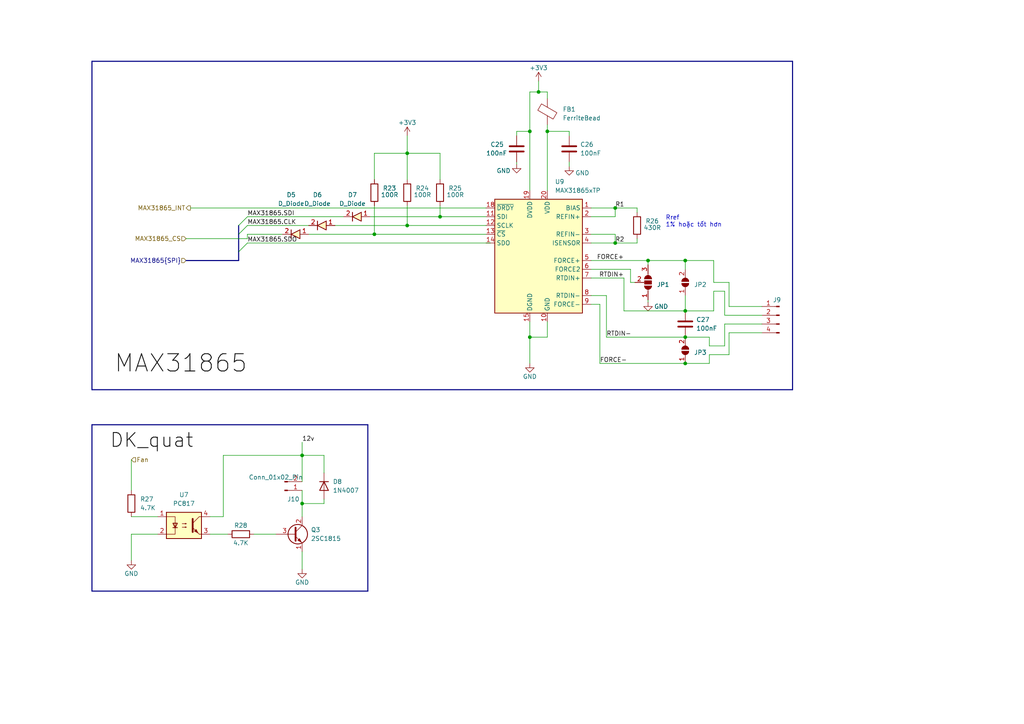
<source format=kicad_sch>
(kicad_sch (version 20230121) (generator eeschema)

  (uuid 89f029e6-ca9b-47e3-9d2e-58fb2e567277)

  (paper "A4")

  (title_block
    (title "Sơ đồ chuyển đổi RTD sang Digital và điều khiển quạt")
    (date "2024-06-25")
    (company "THIẾT KẾ, CHẾ TẠO BOARD MẠCH GIÁM SÁT NHIỆT ĐỘ VÀ ĐỘ ẨM CHO BUỒNG NHIỆT")
  )

  (lib_symbols
    (symbol "Connector:Conn_01x02_Pin" (pin_names (offset 1.016) hide) (in_bom yes) (on_board yes)
      (property "Reference" "J" (at 0 2.54 0)
        (effects (font (size 1.27 1.27)))
      )
      (property "Value" "Conn_01x02_Pin" (at 0 -5.08 0)
        (effects (font (size 1.27 1.27)))
      )
      (property "Footprint" "" (at 0 0 0)
        (effects (font (size 1.27 1.27)) hide)
      )
      (property "Datasheet" "~" (at 0 0 0)
        (effects (font (size 1.27 1.27)) hide)
      )
      (property "ki_locked" "" (at 0 0 0)
        (effects (font (size 1.27 1.27)))
      )
      (property "ki_keywords" "connector" (at 0 0 0)
        (effects (font (size 1.27 1.27)) hide)
      )
      (property "ki_description" "Generic connector, single row, 01x02, script generated" (at 0 0 0)
        (effects (font (size 1.27 1.27)) hide)
      )
      (property "ki_fp_filters" "Connector*:*_1x??_*" (at 0 0 0)
        (effects (font (size 1.27 1.27)) hide)
      )
      (symbol "Conn_01x02_Pin_1_1"
        (polyline
          (pts
            (xy 1.27 -2.54)
            (xy 0.8636 -2.54)
          )
          (stroke (width 0.1524) (type default))
          (fill (type none))
        )
        (polyline
          (pts
            (xy 1.27 0)
            (xy 0.8636 0)
          )
          (stroke (width 0.1524) (type default))
          (fill (type none))
        )
        (rectangle (start 0.8636 -2.413) (end 0 -2.667)
          (stroke (width 0.1524) (type default))
          (fill (type outline))
        )
        (rectangle (start 0.8636 0.127) (end 0 -0.127)
          (stroke (width 0.1524) (type default))
          (fill (type outline))
        )
        (pin passive line (at 5.08 0 180) (length 3.81)
          (name "Pin_1" (effects (font (size 1.27 1.27))))
          (number "1" (effects (font (size 1.27 1.27))))
        )
        (pin passive line (at 5.08 -2.54 180) (length 3.81)
          (name "Pin_2" (effects (font (size 1.27 1.27))))
          (number "2" (effects (font (size 1.27 1.27))))
        )
      )
    )
    (symbol "Connector:Conn_01x04_Pin" (pin_names (offset 1.016) hide) (in_bom yes) (on_board yes)
      (property "Reference" "J" (at 0 5.08 0)
        (effects (font (size 1.27 1.27)))
      )
      (property "Value" "Conn_01x04_Pin" (at 0 -7.62 0)
        (effects (font (size 1.27 1.27)))
      )
      (property "Footprint" "" (at 0 0 0)
        (effects (font (size 1.27 1.27)) hide)
      )
      (property "Datasheet" "~" (at 0 0 0)
        (effects (font (size 1.27 1.27)) hide)
      )
      (property "ki_locked" "" (at 0 0 0)
        (effects (font (size 1.27 1.27)))
      )
      (property "ki_keywords" "connector" (at 0 0 0)
        (effects (font (size 1.27 1.27)) hide)
      )
      (property "ki_description" "Generic connector, single row, 01x04, script generated" (at 0 0 0)
        (effects (font (size 1.27 1.27)) hide)
      )
      (property "ki_fp_filters" "Connector*:*_1x??_*" (at 0 0 0)
        (effects (font (size 1.27 1.27)) hide)
      )
      (symbol "Conn_01x04_Pin_1_1"
        (polyline
          (pts
            (xy 1.27 -5.08)
            (xy 0.8636 -5.08)
          )
          (stroke (width 0.1524) (type default))
          (fill (type none))
        )
        (polyline
          (pts
            (xy 1.27 -2.54)
            (xy 0.8636 -2.54)
          )
          (stroke (width 0.1524) (type default))
          (fill (type none))
        )
        (polyline
          (pts
            (xy 1.27 0)
            (xy 0.8636 0)
          )
          (stroke (width 0.1524) (type default))
          (fill (type none))
        )
        (polyline
          (pts
            (xy 1.27 2.54)
            (xy 0.8636 2.54)
          )
          (stroke (width 0.1524) (type default))
          (fill (type none))
        )
        (rectangle (start 0.8636 -4.953) (end 0 -5.207)
          (stroke (width 0.1524) (type default))
          (fill (type outline))
        )
        (rectangle (start 0.8636 -2.413) (end 0 -2.667)
          (stroke (width 0.1524) (type default))
          (fill (type outline))
        )
        (rectangle (start 0.8636 0.127) (end 0 -0.127)
          (stroke (width 0.1524) (type default))
          (fill (type outline))
        )
        (rectangle (start 0.8636 2.667) (end 0 2.413)
          (stroke (width 0.1524) (type default))
          (fill (type outline))
        )
        (pin passive line (at 5.08 2.54 180) (length 3.81)
          (name "Pin_1" (effects (font (size 1.27 1.27))))
          (number "1" (effects (font (size 1.27 1.27))))
        )
        (pin passive line (at 5.08 0 180) (length 3.81)
          (name "Pin_2" (effects (font (size 1.27 1.27))))
          (number "2" (effects (font (size 1.27 1.27))))
        )
        (pin passive line (at 5.08 -2.54 180) (length 3.81)
          (name "Pin_3" (effects (font (size 1.27 1.27))))
          (number "3" (effects (font (size 1.27 1.27))))
        )
        (pin passive line (at 5.08 -5.08 180) (length 3.81)
          (name "Pin_4" (effects (font (size 1.27 1.27))))
          (number "4" (effects (font (size 1.27 1.27))))
        )
      )
    )
    (symbol "Device:C" (pin_numbers hide) (pin_names (offset 0.254)) (in_bom yes) (on_board yes)
      (property "Reference" "C" (at 0.635 2.54 0)
        (effects (font (size 1.27 1.27)) (justify left))
      )
      (property "Value" "C" (at 0.635 -2.54 0)
        (effects (font (size 1.27 1.27)) (justify left))
      )
      (property "Footprint" "" (at 0.9652 -3.81 0)
        (effects (font (size 1.27 1.27)) hide)
      )
      (property "Datasheet" "~" (at 0 0 0)
        (effects (font (size 1.27 1.27)) hide)
      )
      (property "ki_keywords" "cap capacitor" (at 0 0 0)
        (effects (font (size 1.27 1.27)) hide)
      )
      (property "ki_description" "Unpolarized capacitor" (at 0 0 0)
        (effects (font (size 1.27 1.27)) hide)
      )
      (property "ki_fp_filters" "C_*" (at 0 0 0)
        (effects (font (size 1.27 1.27)) hide)
      )
      (symbol "C_0_1"
        (polyline
          (pts
            (xy -2.032 -0.762)
            (xy 2.032 -0.762)
          )
          (stroke (width 0.508) (type default))
          (fill (type none))
        )
        (polyline
          (pts
            (xy -2.032 0.762)
            (xy 2.032 0.762)
          )
          (stroke (width 0.508) (type default))
          (fill (type none))
        )
      )
      (symbol "C_1_1"
        (pin passive line (at 0 3.81 270) (length 2.794)
          (name "~" (effects (font (size 1.27 1.27))))
          (number "1" (effects (font (size 1.27 1.27))))
        )
        (pin passive line (at 0 -3.81 90) (length 2.794)
          (name "~" (effects (font (size 1.27 1.27))))
          (number "2" (effects (font (size 1.27 1.27))))
        )
      )
    )
    (symbol "Device:FerriteBead" (pin_numbers hide) (pin_names (offset 0)) (in_bom yes) (on_board yes)
      (property "Reference" "FB" (at -3.81 0.635 90)
        (effects (font (size 1.27 1.27)))
      )
      (property "Value" "FerriteBead" (at 3.81 0 90)
        (effects (font (size 1.27 1.27)))
      )
      (property "Footprint" "" (at -1.778 0 90)
        (effects (font (size 1.27 1.27)) hide)
      )
      (property "Datasheet" "~" (at 0 0 0)
        (effects (font (size 1.27 1.27)) hide)
      )
      (property "ki_keywords" "L ferrite bead inductor filter" (at 0 0 0)
        (effects (font (size 1.27 1.27)) hide)
      )
      (property "ki_description" "Ferrite bead" (at 0 0 0)
        (effects (font (size 1.27 1.27)) hide)
      )
      (property "ki_fp_filters" "Inductor_* L_* *Ferrite*" (at 0 0 0)
        (effects (font (size 1.27 1.27)) hide)
      )
      (symbol "FerriteBead_0_1"
        (polyline
          (pts
            (xy 0 -1.27)
            (xy 0 -1.2192)
          )
          (stroke (width 0) (type default))
          (fill (type none))
        )
        (polyline
          (pts
            (xy 0 1.27)
            (xy 0 1.2954)
          )
          (stroke (width 0) (type default))
          (fill (type none))
        )
        (polyline
          (pts
            (xy -2.7686 0.4064)
            (xy -1.7018 2.2606)
            (xy 2.7686 -0.3048)
            (xy 1.6764 -2.159)
            (xy -2.7686 0.4064)
          )
          (stroke (width 0) (type default))
          (fill (type none))
        )
      )
      (symbol "FerriteBead_1_1"
        (pin passive line (at 0 3.81 270) (length 2.54)
          (name "~" (effects (font (size 1.27 1.27))))
          (number "1" (effects (font (size 1.27 1.27))))
        )
        (pin passive line (at 0 -3.81 90) (length 2.54)
          (name "~" (effects (font (size 1.27 1.27))))
          (number "2" (effects (font (size 1.27 1.27))))
        )
      )
    )
    (symbol "Device:R" (pin_numbers hide) (pin_names (offset 0)) (in_bom yes) (on_board yes)
      (property "Reference" "R" (at 2.032 0 90)
        (effects (font (size 1.27 1.27)))
      )
      (property "Value" "R" (at 0 0 90)
        (effects (font (size 1.27 1.27)))
      )
      (property "Footprint" "" (at -1.778 0 90)
        (effects (font (size 1.27 1.27)) hide)
      )
      (property "Datasheet" "~" (at 0 0 0)
        (effects (font (size 1.27 1.27)) hide)
      )
      (property "ki_keywords" "R res resistor" (at 0 0 0)
        (effects (font (size 1.27 1.27)) hide)
      )
      (property "ki_description" "Resistor" (at 0 0 0)
        (effects (font (size 1.27 1.27)) hide)
      )
      (property "ki_fp_filters" "R_*" (at 0 0 0)
        (effects (font (size 1.27 1.27)) hide)
      )
      (symbol "R_0_1"
        (rectangle (start -1.016 -2.54) (end 1.016 2.54)
          (stroke (width 0.254) (type default))
          (fill (type none))
        )
      )
      (symbol "R_1_1"
        (pin passive line (at 0 3.81 270) (length 1.27)
          (name "~" (effects (font (size 1.27 1.27))))
          (number "1" (effects (font (size 1.27 1.27))))
        )
        (pin passive line (at 0 -3.81 90) (length 1.27)
          (name "~" (effects (font (size 1.27 1.27))))
          (number "2" (effects (font (size 1.27 1.27))))
        )
      )
    )
    (symbol "Diode:1N4007" (pin_numbers hide) (pin_names hide) (in_bom yes) (on_board yes)
      (property "Reference" "D" (at 0 2.54 0)
        (effects (font (size 1.27 1.27)))
      )
      (property "Value" "1N4007" (at 0 -2.54 0)
        (effects (font (size 1.27 1.27)))
      )
      (property "Footprint" "Diode_THT:D_DO-41_SOD81_P10.16mm_Horizontal" (at 0 -4.445 0)
        (effects (font (size 1.27 1.27)) hide)
      )
      (property "Datasheet" "http://www.vishay.com/docs/88503/1n4001.pdf" (at 0 0 0)
        (effects (font (size 1.27 1.27)) hide)
      )
      (property "Sim.Device" "D" (at 0 0 0)
        (effects (font (size 1.27 1.27)) hide)
      )
      (property "Sim.Pins" "1=K 2=A" (at 0 0 0)
        (effects (font (size 1.27 1.27)) hide)
      )
      (property "ki_keywords" "diode" (at 0 0 0)
        (effects (font (size 1.27 1.27)) hide)
      )
      (property "ki_description" "1000V 1A General Purpose Rectifier Diode, DO-41" (at 0 0 0)
        (effects (font (size 1.27 1.27)) hide)
      )
      (property "ki_fp_filters" "D*DO?41*" (at 0 0 0)
        (effects (font (size 1.27 1.27)) hide)
      )
      (symbol "1N4007_0_1"
        (polyline
          (pts
            (xy -1.27 1.27)
            (xy -1.27 -1.27)
          )
          (stroke (width 0.254) (type default))
          (fill (type none))
        )
        (polyline
          (pts
            (xy 1.27 0)
            (xy -1.27 0)
          )
          (stroke (width 0) (type default))
          (fill (type none))
        )
        (polyline
          (pts
            (xy 1.27 1.27)
            (xy 1.27 -1.27)
            (xy -1.27 0)
            (xy 1.27 1.27)
          )
          (stroke (width 0.254) (type default))
          (fill (type none))
        )
      )
      (symbol "1N4007_1_1"
        (pin passive line (at -3.81 0 0) (length 2.54)
          (name "K" (effects (font (size 1.27 1.27))))
          (number "1" (effects (font (size 1.27 1.27))))
        )
        (pin passive line (at 3.81 0 180) (length 2.54)
          (name "A" (effects (font (size 1.27 1.27))))
          (number "2" (effects (font (size 1.27 1.27))))
        )
      )
    )
    (symbol "IVS_SYMBOLS:D_Diode" (in_bom yes) (on_board yes)
      (property "Reference" "D" (at 0 2.54 0)
        (effects (font (size 1.27 1.27)))
      )
      (property "Value" "D_Diode" (at 0 -2.54 0)
        (effects (font (size 1.27 1.27)))
      )
      (property "Footprint" "" (at 0 0 0)
        (effects (font (size 1.27 1.27)) hide)
      )
      (property "Datasheet" "" (at 0 0 0)
        (effects (font (size 1.27 1.27)) hide)
      )
      (symbol "D_Diode_0_1"
        (polyline
          (pts
            (xy 0 1.27)
            (xy 0 -1.27)
          )
          (stroke (width 0.254) (type default))
          (fill (type none))
        )
        (polyline
          (pts
            (xy 2.54 1.27)
            (xy 2.54 -1.27)
            (xy 0 0)
            (xy 2.54 1.27)
          )
          (stroke (width 0.254) (type default))
          (fill (type background))
        )
      )
      (symbol "D_Diode_1_1"
        (pin passive line (at 5.08 0 180) (length 2.54)
          (name "" (effects (font (size 1.27 1.27))))
          (number "1" (effects (font (size 1.27 1.27))))
        )
        (pin passive line (at -2.54 0 0) (length 2.54)
          (name "" (effects (font (size 1.27 1.27))))
          (number "2" (effects (font (size 1.27 1.27))))
        )
      )
    )
    (symbol "IVS_SYMBOLS:SolderJumper_2_Open" (pin_names (offset 0) hide) (in_bom yes) (on_board yes)
      (property "Reference" "JP" (at 0 2.032 0)
        (effects (font (size 1.27 1.27)))
      )
      (property "Value" "SolderJumper_2_Open" (at 0 -2.54 0)
        (effects (font (size 1.27 1.27)))
      )
      (property "Footprint" "" (at 0 0 0)
        (effects (font (size 1.27 1.27)) hide)
      )
      (property "Datasheet" "~" (at 0 0 0)
        (effects (font (size 1.27 1.27)) hide)
      )
      (property "ki_keywords" "solder jumper SPST" (at 0 0 0)
        (effects (font (size 1.27 1.27)) hide)
      )
      (property "ki_description" "Solder Jumper, 2-pole, open" (at 0 0 0)
        (effects (font (size 1.27 1.27)) hide)
      )
      (property "ki_fp_filters" "SolderJumper*Open*" (at 0 0 0)
        (effects (font (size 1.27 1.27)) hide)
      )
      (symbol "SolderJumper_2_Open_0_1"
        (arc (start -0.254 1.016) (mid -1.2656 0) (end -0.254 -1.016)
          (stroke (width 0) (type default))
          (fill (type none))
        )
        (arc (start -0.254 1.016) (mid -1.2656 0) (end -0.254 -1.016)
          (stroke (width 0) (type default))
          (fill (type outline))
        )
        (polyline
          (pts
            (xy -0.254 1.016)
            (xy -0.254 -1.016)
          )
          (stroke (width 0) (type default))
          (fill (type none))
        )
        (polyline
          (pts
            (xy 0.254 1.016)
            (xy 0.254 -1.016)
          )
          (stroke (width 0) (type default))
          (fill (type none))
        )
        (arc (start 0.254 -1.016) (mid 1.2656 0) (end 0.254 1.016)
          (stroke (width 0) (type default))
          (fill (type none))
        )
        (arc (start 0.254 -1.016) (mid 1.2656 0) (end 0.254 1.016)
          (stroke (width 0) (type default))
          (fill (type outline))
        )
      )
      (symbol "SolderJumper_2_Open_1_1"
        (pin passive line (at -3.81 0 0) (length 2.54)
          (name "A" (effects (font (size 1.27 1.27))))
          (number "1" (effects (font (size 1.27 1.27))))
        )
        (pin passive line (at 3.81 0 180) (length 2.54)
          (name "B" (effects (font (size 1.27 1.27))))
          (number "2" (effects (font (size 1.27 1.27))))
        )
      )
    )
    (symbol "Isolator:PC817" (pin_names (offset 1.016)) (in_bom yes) (on_board yes)
      (property "Reference" "U" (at -5.08 5.08 0)
        (effects (font (size 1.27 1.27)) (justify left))
      )
      (property "Value" "PC817" (at 0 5.08 0)
        (effects (font (size 1.27 1.27)) (justify left))
      )
      (property "Footprint" "Package_DIP:DIP-4_W7.62mm" (at -5.08 -5.08 0)
        (effects (font (size 1.27 1.27) italic) (justify left) hide)
      )
      (property "Datasheet" "http://www.soselectronic.cz/a_info/resource/d/pc817.pdf" (at 0 0 0)
        (effects (font (size 1.27 1.27)) (justify left) hide)
      )
      (property "ki_keywords" "NPN DC Optocoupler" (at 0 0 0)
        (effects (font (size 1.27 1.27)) hide)
      )
      (property "ki_description" "DC Optocoupler, Vce 35V, CTR 50-300%, DIP-4" (at 0 0 0)
        (effects (font (size 1.27 1.27)) hide)
      )
      (property "ki_fp_filters" "DIP*W7.62mm*" (at 0 0 0)
        (effects (font (size 1.27 1.27)) hide)
      )
      (symbol "PC817_0_1"
        (rectangle (start -5.08 3.81) (end 5.08 -3.81)
          (stroke (width 0.254) (type default))
          (fill (type background))
        )
        (polyline
          (pts
            (xy -3.175 -0.635)
            (xy -1.905 -0.635)
          )
          (stroke (width 0.254) (type default))
          (fill (type none))
        )
        (polyline
          (pts
            (xy 2.54 0.635)
            (xy 4.445 2.54)
          )
          (stroke (width 0) (type default))
          (fill (type none))
        )
        (polyline
          (pts
            (xy 4.445 -2.54)
            (xy 2.54 -0.635)
          )
          (stroke (width 0) (type default))
          (fill (type outline))
        )
        (polyline
          (pts
            (xy 4.445 -2.54)
            (xy 5.08 -2.54)
          )
          (stroke (width 0) (type default))
          (fill (type none))
        )
        (polyline
          (pts
            (xy 4.445 2.54)
            (xy 5.08 2.54)
          )
          (stroke (width 0) (type default))
          (fill (type none))
        )
        (polyline
          (pts
            (xy -5.08 2.54)
            (xy -2.54 2.54)
            (xy -2.54 -0.635)
          )
          (stroke (width 0) (type default))
          (fill (type none))
        )
        (polyline
          (pts
            (xy -2.54 -0.635)
            (xy -2.54 -2.54)
            (xy -5.08 -2.54)
          )
          (stroke (width 0) (type default))
          (fill (type none))
        )
        (polyline
          (pts
            (xy 2.54 1.905)
            (xy 2.54 -1.905)
            (xy 2.54 -1.905)
          )
          (stroke (width 0.508) (type default))
          (fill (type none))
        )
        (polyline
          (pts
            (xy -2.54 -0.635)
            (xy -3.175 0.635)
            (xy -1.905 0.635)
            (xy -2.54 -0.635)
          )
          (stroke (width 0.254) (type default))
          (fill (type none))
        )
        (polyline
          (pts
            (xy -0.508 -0.508)
            (xy 0.762 -0.508)
            (xy 0.381 -0.635)
            (xy 0.381 -0.381)
            (xy 0.762 -0.508)
          )
          (stroke (width 0) (type default))
          (fill (type none))
        )
        (polyline
          (pts
            (xy -0.508 0.508)
            (xy 0.762 0.508)
            (xy 0.381 0.381)
            (xy 0.381 0.635)
            (xy 0.762 0.508)
          )
          (stroke (width 0) (type default))
          (fill (type none))
        )
        (polyline
          (pts
            (xy 3.048 -1.651)
            (xy 3.556 -1.143)
            (xy 4.064 -2.159)
            (xy 3.048 -1.651)
            (xy 3.048 -1.651)
          )
          (stroke (width 0) (type default))
          (fill (type outline))
        )
      )
      (symbol "PC817_1_1"
        (pin passive line (at -7.62 2.54 0) (length 2.54)
          (name "~" (effects (font (size 1.27 1.27))))
          (number "1" (effects (font (size 1.27 1.27))))
        )
        (pin passive line (at -7.62 -2.54 0) (length 2.54)
          (name "~" (effects (font (size 1.27 1.27))))
          (number "2" (effects (font (size 1.27 1.27))))
        )
        (pin passive line (at 7.62 -2.54 180) (length 2.54)
          (name "~" (effects (font (size 1.27 1.27))))
          (number "3" (effects (font (size 1.27 1.27))))
        )
        (pin passive line (at 7.62 2.54 180) (length 2.54)
          (name "~" (effects (font (size 1.27 1.27))))
          (number "4" (effects (font (size 1.27 1.27))))
        )
      )
    )
    (symbol "Jumper:SolderJumper_3_Open" (pin_names (offset 0) hide) (in_bom yes) (on_board yes)
      (property "Reference" "JP" (at -2.54 -2.54 0)
        (effects (font (size 1.27 1.27)))
      )
      (property "Value" "SolderJumper_3_Open" (at 0 2.794 0)
        (effects (font (size 1.27 1.27)))
      )
      (property "Footprint" "" (at 0 0 0)
        (effects (font (size 1.27 1.27)) hide)
      )
      (property "Datasheet" "~" (at 0 0 0)
        (effects (font (size 1.27 1.27)) hide)
      )
      (property "ki_keywords" "Solder Jumper SPDT" (at 0 0 0)
        (effects (font (size 1.27 1.27)) hide)
      )
      (property "ki_description" "Solder Jumper, 3-pole, open" (at 0 0 0)
        (effects (font (size 1.27 1.27)) hide)
      )
      (property "ki_fp_filters" "SolderJumper*Open*" (at 0 0 0)
        (effects (font (size 1.27 1.27)) hide)
      )
      (symbol "SolderJumper_3_Open_0_1"
        (arc (start -1.016 1.016) (mid -2.0276 0) (end -1.016 -1.016)
          (stroke (width 0) (type default))
          (fill (type none))
        )
        (arc (start -1.016 1.016) (mid -2.0276 0) (end -1.016 -1.016)
          (stroke (width 0) (type default))
          (fill (type outline))
        )
        (rectangle (start -0.508 1.016) (end 0.508 -1.016)
          (stroke (width 0) (type default))
          (fill (type outline))
        )
        (polyline
          (pts
            (xy -2.54 0)
            (xy -2.032 0)
          )
          (stroke (width 0) (type default))
          (fill (type none))
        )
        (polyline
          (pts
            (xy -1.016 1.016)
            (xy -1.016 -1.016)
          )
          (stroke (width 0) (type default))
          (fill (type none))
        )
        (polyline
          (pts
            (xy 0 -1.27)
            (xy 0 -1.016)
          )
          (stroke (width 0) (type default))
          (fill (type none))
        )
        (polyline
          (pts
            (xy 1.016 1.016)
            (xy 1.016 -1.016)
          )
          (stroke (width 0) (type default))
          (fill (type none))
        )
        (polyline
          (pts
            (xy 2.54 0)
            (xy 2.032 0)
          )
          (stroke (width 0) (type default))
          (fill (type none))
        )
        (arc (start 1.016 -1.016) (mid 2.0276 0) (end 1.016 1.016)
          (stroke (width 0) (type default))
          (fill (type none))
        )
        (arc (start 1.016 -1.016) (mid 2.0276 0) (end 1.016 1.016)
          (stroke (width 0) (type default))
          (fill (type outline))
        )
      )
      (symbol "SolderJumper_3_Open_1_1"
        (pin passive line (at -5.08 0 0) (length 2.54)
          (name "A" (effects (font (size 1.27 1.27))))
          (number "1" (effects (font (size 1.27 1.27))))
        )
        (pin passive line (at 0 -3.81 90) (length 2.54)
          (name "C" (effects (font (size 1.27 1.27))))
          (number "2" (effects (font (size 1.27 1.27))))
        )
        (pin passive line (at 5.08 0 180) (length 2.54)
          (name "B" (effects (font (size 1.27 1.27))))
          (number "3" (effects (font (size 1.27 1.27))))
        )
      )
    )
    (symbol "Sensor_Temperature:MAX31865xTP" (in_bom yes) (on_board yes)
      (property "Reference" "U" (at -11.43 19.05 0)
        (effects (font (size 1.27 1.27)))
      )
      (property "Value" "MAX31865xTP" (at 10.16 19.05 0)
        (effects (font (size 1.27 1.27)))
      )
      (property "Footprint" "Package_DFN_QFN:TQFN-20-1EP_5x5mm_P0.65mm_EP3.25x3.25mm" (at 3.81 -16.51 0)
        (effects (font (size 1.27 1.27)) (justify left) hide)
      )
      (property "Datasheet" "https://datasheets.maximintegrated.com/en/ds/MAX31865.pdf" (at 0 7.62 0)
        (effects (font (size 1.27 1.27)) hide)
      )
      (property "ki_keywords" "RTD SPI Temperature" (at 0 0 0)
        (effects (font (size 1.27 1.27)) hide)
      )
      (property "ki_description" "RTD-to-Digital Converter, TQFN-20" (at 0 0 0)
        (effects (font (size 1.27 1.27)) hide)
      )
      (property "ki_fp_filters" "TQFN*1EP*5x5mm*P0.65mm*" (at 0 0 0)
        (effects (font (size 1.27 1.27)) hide)
      )
      (symbol "MAX31865xTP_0_1"
        (rectangle (start -12.7 17.78) (end 12.7 -15.24)
          (stroke (width 0.254) (type default))
          (fill (type background))
        )
      )
      (symbol "MAX31865xTP_1_1"
        (pin power_out line (at 15.24 15.24 180) (length 2.54)
          (name "BIAS" (effects (font (size 1.27 1.27))))
          (number "1" (effects (font (size 1.27 1.27))))
        )
        (pin power_in line (at 2.54 -17.78 90) (length 2.54)
          (name "GND" (effects (font (size 1.27 1.27))))
          (number "10" (effects (font (size 1.27 1.27))))
        )
        (pin input line (at -15.24 12.7 0) (length 2.54)
          (name "SDI" (effects (font (size 1.27 1.27))))
          (number "11" (effects (font (size 1.27 1.27))))
        )
        (pin input line (at -15.24 10.16 0) (length 2.54)
          (name "SCLK" (effects (font (size 1.27 1.27))))
          (number "12" (effects (font (size 1.27 1.27))))
        )
        (pin input line (at -15.24 7.62 0) (length 2.54)
          (name "~{CS}" (effects (font (size 1.27 1.27))))
          (number "13" (effects (font (size 1.27 1.27))))
        )
        (pin tri_state line (at -15.24 5.08 0) (length 2.54)
          (name "SDO" (effects (font (size 1.27 1.27))))
          (number "14" (effects (font (size 1.27 1.27))))
        )
        (pin power_in line (at -2.54 -17.78 90) (length 2.54)
          (name "DGND" (effects (font (size 1.27 1.27))))
          (number "15" (effects (font (size 1.27 1.27))))
        )
        (pin passive line (at 2.54 -17.78 90) (length 2.54) hide
          (name "GND" (effects (font (size 1.27 1.27))))
          (number "16" (effects (font (size 1.27 1.27))))
        )
        (pin no_connect line (at -12.7 -2.54 0) (length 2.54) hide
          (name "NC" (effects (font (size 1.27 1.27))))
          (number "17" (effects (font (size 1.27 1.27))))
        )
        (pin output line (at -15.24 15.24 0) (length 2.54)
          (name "~{DRDY}" (effects (font (size 1.27 1.27))))
          (number "18" (effects (font (size 1.27 1.27))))
        )
        (pin power_in line (at -2.54 20.32 270) (length 2.54)
          (name "DVDD" (effects (font (size 1.27 1.27))))
          (number "19" (effects (font (size 1.27 1.27))))
        )
        (pin input line (at 15.24 12.7 180) (length 2.54)
          (name "REFIN+" (effects (font (size 1.27 1.27))))
          (number "2" (effects (font (size 1.27 1.27))))
        )
        (pin power_in line (at 2.54 20.32 270) (length 2.54)
          (name "VDD" (effects (font (size 1.27 1.27))))
          (number "20" (effects (font (size 1.27 1.27))))
        )
        (pin passive line (at 2.54 -17.78 90) (length 2.54) hide
          (name "GND" (effects (font (size 1.27 1.27))))
          (number "21" (effects (font (size 1.27 1.27))))
        )
        (pin input line (at 15.24 7.62 180) (length 2.54)
          (name "REFIN-" (effects (font (size 1.27 1.27))))
          (number "3" (effects (font (size 1.27 1.27))))
        )
        (pin passive line (at 15.24 5.08 180) (length 2.54)
          (name "ISENSOR" (effects (font (size 1.27 1.27))))
          (number "4" (effects (font (size 1.27 1.27))))
        )
        (pin passive line (at 15.24 0 180) (length 2.54)
          (name "FORCE+" (effects (font (size 1.27 1.27))))
          (number "5" (effects (font (size 1.27 1.27))))
        )
        (pin input line (at 15.24 -2.54 180) (length 2.54)
          (name "FORCE2" (effects (font (size 1.27 1.27))))
          (number "6" (effects (font (size 1.27 1.27))))
        )
        (pin input line (at 15.24 -5.08 180) (length 2.54)
          (name "RTDIN+" (effects (font (size 1.27 1.27))))
          (number "7" (effects (font (size 1.27 1.27))))
        )
        (pin input line (at 15.24 -10.16 180) (length 2.54)
          (name "RTDIN-" (effects (font (size 1.27 1.27))))
          (number "8" (effects (font (size 1.27 1.27))))
        )
        (pin power_out line (at 15.24 -12.7 180) (length 2.54)
          (name "FORCE-" (effects (font (size 1.27 1.27))))
          (number "9" (effects (font (size 1.27 1.27))))
        )
      )
    )
    (symbol "Transistor_BJT:2SC1815" (pin_names (offset 0) hide) (in_bom yes) (on_board yes)
      (property "Reference" "Q" (at 5.08 1.905 0)
        (effects (font (size 1.27 1.27)) (justify left))
      )
      (property "Value" "2SC1815" (at 5.08 0 0)
        (effects (font (size 1.27 1.27)) (justify left))
      )
      (property "Footprint" "Package_TO_SOT_THT:TO-92_Inline" (at 5.08 -1.905 0)
        (effects (font (size 1.27 1.27) italic) (justify left) hide)
      )
      (property "Datasheet" "https://media.digikey.com/pdf/Data%20Sheets/Toshiba%20PDFs/2SC1815.pdf" (at 0 0 0)
        (effects (font (size 1.27 1.27)) (justify left) hide)
      )
      (property "ki_keywords" "Low Noise Audio NPN Transistor" (at 0 0 0)
        (effects (font (size 1.27 1.27)) hide)
      )
      (property "ki_description" "0.15A Ic, 50V Vce, Low Noise Audio NPN Transistor, TO-92" (at 0 0 0)
        (effects (font (size 1.27 1.27)) hide)
      )
      (property "ki_fp_filters" "TO?92*" (at 0 0 0)
        (effects (font (size 1.27 1.27)) hide)
      )
      (symbol "2SC1815_0_1"
        (polyline
          (pts
            (xy 0 0)
            (xy 0.508 0)
          )
          (stroke (width 0) (type default))
          (fill (type none))
        )
        (polyline
          (pts
            (xy 0.635 0.635)
            (xy 2.54 2.54)
          )
          (stroke (width 0) (type default))
          (fill (type none))
        )
        (polyline
          (pts
            (xy 0.635 -0.635)
            (xy 2.54 -2.54)
            (xy 2.54 -2.54)
          )
          (stroke (width 0) (type default))
          (fill (type none))
        )
        (polyline
          (pts
            (xy 0.635 1.905)
            (xy 0.635 -1.905)
            (xy 0.635 -1.905)
          )
          (stroke (width 0.508) (type default))
          (fill (type none))
        )
        (polyline
          (pts
            (xy 1.27 -1.778)
            (xy 1.778 -1.27)
            (xy 2.286 -2.286)
            (xy 1.27 -1.778)
            (xy 1.27 -1.778)
          )
          (stroke (width 0) (type default))
          (fill (type outline))
        )
        (circle (center 1.27 0) (radius 2.8194)
          (stroke (width 0.254) (type default))
          (fill (type none))
        )
      )
      (symbol "2SC1815_1_1"
        (pin passive line (at 2.54 -5.08 90) (length 2.54)
          (name "E" (effects (font (size 1.27 1.27))))
          (number "1" (effects (font (size 1.27 1.27))))
        )
        (pin passive line (at 2.54 5.08 270) (length 2.54)
          (name "C" (effects (font (size 1.27 1.27))))
          (number "2" (effects (font (size 1.27 1.27))))
        )
        (pin input line (at -5.08 0 0) (length 5.08)
          (name "B" (effects (font (size 1.27 1.27))))
          (number "3" (effects (font (size 1.27 1.27))))
        )
      )
    )
    (symbol "power:+3V3" (power) (pin_names (offset 0)) (in_bom yes) (on_board yes)
      (property "Reference" "#PWR" (at 0 -3.81 0)
        (effects (font (size 1.27 1.27)) hide)
      )
      (property "Value" "+3V3" (at 0 3.556 0)
        (effects (font (size 1.27 1.27)))
      )
      (property "Footprint" "" (at 0 0 0)
        (effects (font (size 1.27 1.27)) hide)
      )
      (property "Datasheet" "" (at 0 0 0)
        (effects (font (size 1.27 1.27)) hide)
      )
      (property "ki_keywords" "global power" (at 0 0 0)
        (effects (font (size 1.27 1.27)) hide)
      )
      (property "ki_description" "Power symbol creates a global label with name \"+3V3\"" (at 0 0 0)
        (effects (font (size 1.27 1.27)) hide)
      )
      (symbol "+3V3_0_1"
        (polyline
          (pts
            (xy -0.762 1.27)
            (xy 0 2.54)
          )
          (stroke (width 0) (type default))
          (fill (type none))
        )
        (polyline
          (pts
            (xy 0 0)
            (xy 0 2.54)
          )
          (stroke (width 0) (type default))
          (fill (type none))
        )
        (polyline
          (pts
            (xy 0 2.54)
            (xy 0.762 1.27)
          )
          (stroke (width 0) (type default))
          (fill (type none))
        )
      )
      (symbol "+3V3_1_1"
        (pin power_in line (at 0 0 90) (length 0) hide
          (name "+3V3" (effects (font (size 1.27 1.27))))
          (number "1" (effects (font (size 1.27 1.27))))
        )
      )
    )
    (symbol "power:GND" (power) (pin_names (offset 0)) (in_bom yes) (on_board yes)
      (property "Reference" "#PWR" (at 0 -6.35 0)
        (effects (font (size 1.27 1.27)) hide)
      )
      (property "Value" "GND" (at 0 -3.81 0)
        (effects (font (size 1.27 1.27)))
      )
      (property "Footprint" "" (at 0 0 0)
        (effects (font (size 1.27 1.27)) hide)
      )
      (property "Datasheet" "" (at 0 0 0)
        (effects (font (size 1.27 1.27)) hide)
      )
      (property "ki_keywords" "global power" (at 0 0 0)
        (effects (font (size 1.27 1.27)) hide)
      )
      (property "ki_description" "Power symbol creates a global label with name \"GND\" , ground" (at 0 0 0)
        (effects (font (size 1.27 1.27)) hide)
      )
      (symbol "GND_0_1"
        (polyline
          (pts
            (xy 0 0)
            (xy 0 -1.27)
            (xy 1.27 -1.27)
            (xy 0 -2.54)
            (xy -1.27 -1.27)
            (xy 0 -1.27)
          )
          (stroke (width 0) (type default))
          (fill (type none))
        )
      )
      (symbol "GND_1_1"
        (pin power_in line (at 0 0 270) (length 0) hide
          (name "GND" (effects (font (size 1.27 1.27))))
          (number "1" (effects (font (size 1.27 1.27))))
        )
      )
    )
  )

  (junction (at 108.585 67.945) (diameter 0) (color 0 0 0 0)
    (uuid 0058a802-058b-40f9-b356-ad52ae215062)
  )
  (junction (at 178.435 60.325) (diameter 0) (color 0 0 0 0)
    (uuid 075c7d17-35cd-4d5e-8998-f6be13df3c94)
  )
  (junction (at 118.11 65.405) (diameter 0) (color 0 0 0 0)
    (uuid 2541be4e-ed35-4681-bc96-dfc9a60636ee)
  )
  (junction (at 153.67 97.79) (diameter 0) (color 0 0 0 0)
    (uuid 5e96cec2-9ffa-4818-bbdd-e507932c7225)
  )
  (junction (at 198.755 97.79) (diameter 0) (color 0 0 0 0)
    (uuid 61039b7d-2b66-4745-9f86-c0efc6396ae9)
  )
  (junction (at 87.63 146.05) (diameter 0) (color 0 0 0 0)
    (uuid 6669d606-5afe-4593-abd5-867851053c92)
  )
  (junction (at 198.755 75.565) (diameter 0) (color 0 0 0 0)
    (uuid 89472eab-c309-4491-9dff-b92fd017234e)
  )
  (junction (at 187.96 75.565) (diameter 0) (color 0 0 0 0)
    (uuid 94605567-d759-443c-bc1d-405670e570d0)
  )
  (junction (at 118.11 44.45) (diameter 0) (color 0 0 0 0)
    (uuid 9a4ba03e-3344-447b-9dfd-09424db2bc0d)
  )
  (junction (at 198.755 90.17) (diameter 0) (color 0 0 0 0)
    (uuid b3b77ee7-057a-4c5d-be5b-d067b2b6a74f)
  )
  (junction (at 198.755 105.41) (diameter 0) (color 0 0 0 0)
    (uuid c735d45e-dce4-45c1-a4d5-149c51bf1112)
  )
  (junction (at 153.67 38.1) (diameter 0) (color 0 0 0 0)
    (uuid cf690d02-e44a-4a3d-b445-22ad6be7635c)
  )
  (junction (at 178.435 70.485) (diameter 0) (color 0 0 0 0)
    (uuid d50e453b-aeb5-485b-9119-11f2aee7e988)
  )
  (junction (at 127.635 62.865) (diameter 0) (color 0 0 0 0)
    (uuid d6ff3acd-2ead-4c90-a478-cec746120ef1)
  )
  (junction (at 87.63 132.08) (diameter 0) (color 0 0 0 0)
    (uuid dfe5329a-3657-4682-9098-325bddc0f22d)
  )
  (junction (at 156.21 26.67) (diameter 0) (color 0 0 0 0)
    (uuid e4fcd626-057a-4847-9449-acdbf1ef7299)
  )
  (junction (at 158.75 38.1) (diameter 0) (color 0 0 0 0)
    (uuid f3b52042-7b31-4c5b-a662-bb4f649da93b)
  )

  (bus_entry (at 71.755 65.405) (size -2.54 2.54)
    (stroke (width 0) (type default))
    (uuid 597d8a40-1183-4f71-ac28-7ee3af4eec84)
  )
  (bus_entry (at 71.755 70.485) (size -2.54 2.54)
    (stroke (width 0) (type default))
    (uuid 99aa7ecf-b4a4-42a9-ba53-20e71cb5108b)
  )
  (bus_entry (at 71.755 62.865) (size -2.54 2.54)
    (stroke (width 0) (type default))
    (uuid e590fa30-acc4-4d11-937a-6dd4bec64322)
  )

  (wire (pts (xy 71.755 70.485) (xy 142.24 70.485))
    (stroke (width 0) (type default))
    (uuid 004ec8f3-3809-4357-8077-12c88c27b86a)
  )
  (wire (pts (xy 153.67 38.1) (xy 153.67 55.245))
    (stroke (width 0) (type default))
    (uuid 01bb2856-c465-4ba8-95e0-88e6ecd7a63d)
  )
  (wire (pts (xy 175.895 97.79) (xy 198.755 97.79))
    (stroke (width 0) (type default))
    (uuid 01e507db-98ec-4f01-98ec-2c7dd682a3fb)
  )
  (wire (pts (xy 118.11 59.69) (xy 118.11 65.405))
    (stroke (width 0) (type default))
    (uuid 07269f7b-7413-431b-a3dd-39394fdbfbbc)
  )
  (wire (pts (xy 127.635 59.69) (xy 127.635 62.865))
    (stroke (width 0) (type default))
    (uuid 07fba080-0ef1-4bdd-b6e4-83db73e5383f)
  )
  (wire (pts (xy 158.75 36.195) (xy 158.75 38.1))
    (stroke (width 0) (type default))
    (uuid 090492e7-afd3-4981-bb7b-a6b6a30ea892)
  )
  (wire (pts (xy 71.755 65.405) (xy 89.535 65.405))
    (stroke (width 0) (type default))
    (uuid 092f729f-25c0-4594-bb4d-57d12467806a)
  )
  (wire (pts (xy 205.74 100.33) (xy 205.74 97.79))
    (stroke (width 0) (type default))
    (uuid 0b749bc5-db7a-446e-8749-e4b9c56642de)
  )
  (wire (pts (xy 60.96 149.86) (xy 64.77 149.86))
    (stroke (width 0) (type default))
    (uuid 0cf2ec14-ad72-47e1-91b8-c01b44548976)
  )
  (wire (pts (xy 184.785 70.485) (xy 178.435 70.485))
    (stroke (width 0) (type default))
    (uuid 0de64515-8400-45fb-98d7-1b6f33c21684)
  )
  (bus (pts (xy 229.87 17.78) (xy 26.67 17.78))
    (stroke (width 0) (type default))
    (uuid 13f44726-bd6d-4a99-b342-aab45c62d893)
  )
  (bus (pts (xy 69.215 67.945) (xy 69.215 73.025))
    (stroke (width 0) (type default))
    (uuid 1d1034d2-feb8-4a0f-ae1a-df35d3a6badc)
  )

  (wire (pts (xy 53.975 69.215) (xy 71.755 69.215))
    (stroke (width 0) (type default))
    (uuid 1d615703-5cba-44f2-9b51-de21f6cee2e2)
  )
  (wire (pts (xy 178.435 60.325) (xy 178.435 62.865))
    (stroke (width 0) (type default))
    (uuid 1f1c67d8-9f68-4399-aa50-13bf8112ede8)
  )
  (bus (pts (xy 229.87 113.03) (xy 229.87 17.78))
    (stroke (width 0) (type default))
    (uuid 26b4c197-1863-450b-96ef-90c69c88a9cf)
  )
  (bus (pts (xy 26.67 171.45) (xy 106.68 171.45))
    (stroke (width 0) (type default))
    (uuid 271c1807-602e-49e4-9d9c-9cd1e001d333)
  )
  (bus (pts (xy 106.68 123.19) (xy 26.67 123.19))
    (stroke (width 0) (type default))
    (uuid 2738620f-755d-4f0a-9fce-f1e72c12a007)
  )

  (wire (pts (xy 210.185 91.44) (xy 210.185 84.455))
    (stroke (width 0) (type default))
    (uuid 31d9e72a-aa36-425e-8bdd-b2e5e4dfab30)
  )
  (wire (pts (xy 211.455 81.915) (xy 207.01 81.915))
    (stroke (width 0) (type default))
    (uuid 32a04fc8-2b8a-425b-8c69-3cf84762052d)
  )
  (wire (pts (xy 149.86 38.1) (xy 153.67 38.1))
    (stroke (width 0) (type default))
    (uuid 32f1d976-dcab-493d-9628-d2d5762e29e8)
  )
  (wire (pts (xy 210.185 93.98) (xy 210.185 100.33))
    (stroke (width 0) (type default))
    (uuid 3b795207-1d3c-4d00-9ee3-dbb2ad2edb4f)
  )
  (wire (pts (xy 127.635 52.07) (xy 127.635 44.45))
    (stroke (width 0) (type default))
    (uuid 4090c2c8-352a-4551-aaab-0f7514c0e675)
  )
  (wire (pts (xy 198.755 85.725) (xy 198.755 90.17))
    (stroke (width 0) (type default))
    (uuid 420afbf4-28ad-4add-a2c6-9538cf546834)
  )
  (wire (pts (xy 220.98 93.98) (xy 210.185 93.98))
    (stroke (width 0) (type default))
    (uuid 4373952e-84c0-46e4-a981-62ce59a65eb3)
  )
  (wire (pts (xy 140.97 67.945) (xy 108.585 67.945))
    (stroke (width 0) (type default))
    (uuid 4383a659-e4ec-4ed2-8ac5-6fa37e0ba467)
  )
  (wire (pts (xy 187.96 86.995) (xy 187.96 87.63))
    (stroke (width 0) (type default))
    (uuid 470d6ebc-e2bb-445f-867d-4624045ccf8a)
  )
  (wire (pts (xy 178.435 67.945) (xy 178.435 70.485))
    (stroke (width 0) (type default))
    (uuid 48286873-0b49-4f87-987d-d04d26bd4d51)
  )
  (wire (pts (xy 156.21 26.67) (xy 153.67 26.67))
    (stroke (width 0) (type default))
    (uuid 48e93301-4bd5-4bf5-9d83-051c6d10e316)
  )
  (wire (pts (xy 211.455 88.9) (xy 211.455 81.915))
    (stroke (width 0) (type default))
    (uuid 4a1ee0ff-7170-45f4-ab9b-cd5c5f5d549f)
  )
  (wire (pts (xy 178.435 70.485) (xy 171.45 70.485))
    (stroke (width 0) (type default))
    (uuid 4c3a5f7d-3b10-43da-ab0d-5fc7ac98971f)
  )
  (wire (pts (xy 71.755 67.945) (xy 81.915 67.945))
    (stroke (width 0) (type default))
    (uuid 4f49a32b-6bce-46e6-a7b4-a40a5f2a9137)
  )
  (wire (pts (xy 149.86 46.99) (xy 149.86 47.625))
    (stroke (width 0) (type default))
    (uuid 539ea71c-e782-47f0-a2f7-9b66684857c0)
  )
  (wire (pts (xy 211.455 96.52) (xy 211.455 102.87))
    (stroke (width 0) (type default))
    (uuid 53ad69d3-46e6-4c56-a1d5-0ff824f5ae1b)
  )
  (wire (pts (xy 93.98 132.08) (xy 87.63 132.08))
    (stroke (width 0) (type default))
    (uuid 5535afb3-2bc5-4115-a403-0a9f401fb5de)
  )
  (wire (pts (xy 182.88 78.105) (xy 171.45 78.105))
    (stroke (width 0) (type default))
    (uuid 55dcc52f-2b4a-498f-85ab-e58927f989db)
  )
  (wire (pts (xy 71.755 69.215) (xy 71.755 67.945))
    (stroke (width 0) (type default))
    (uuid 57ae014b-c6d9-4ada-909b-43cf8bdd0f5d)
  )
  (wire (pts (xy 220.98 96.52) (xy 211.455 96.52))
    (stroke (width 0) (type default))
    (uuid 5a039df7-180e-4aca-a6f7-9052235bb942)
  )
  (wire (pts (xy 171.45 67.945) (xy 178.435 67.945))
    (stroke (width 0) (type default))
    (uuid 5cbcbf04-3a38-425c-993e-42b40e59e550)
  )
  (wire (pts (xy 198.755 75.565) (xy 207.01 75.565))
    (stroke (width 0) (type default))
    (uuid 603fae82-0a68-4342-9ed2-38e3b349466b)
  )
  (wire (pts (xy 87.63 160.02) (xy 87.63 165.1))
    (stroke (width 0) (type default))
    (uuid 61eaaa23-0946-4405-8dad-6c06415d1d09)
  )
  (wire (pts (xy 118.11 65.405) (xy 140.97 65.405))
    (stroke (width 0) (type default))
    (uuid 63c12566-17af-4873-891b-ae8240769523)
  )
  (wire (pts (xy 97.155 65.405) (xy 118.11 65.405))
    (stroke (width 0) (type default))
    (uuid 64c71f7f-26b4-4785-be33-4260701d7f74)
  )
  (wire (pts (xy 107.315 62.865) (xy 127.635 62.865))
    (stroke (width 0) (type default))
    (uuid 66767321-c617-4b1d-bca3-b49dc0e76307)
  )
  (wire (pts (xy 60.96 154.94) (xy 66.04 154.94))
    (stroke (width 0) (type default))
    (uuid 67d55474-3e3f-489f-a77a-1528c0b10cab)
  )
  (wire (pts (xy 64.77 149.86) (xy 64.77 132.08))
    (stroke (width 0) (type default))
    (uuid 6aba43e9-2816-4bf4-a48d-5fb9b79cdaee)
  )
  (wire (pts (xy 182.88 81.915) (xy 182.88 78.105))
    (stroke (width 0) (type default))
    (uuid 6bda7024-28a4-4ee5-a7da-fb8d70b3e595)
  )
  (wire (pts (xy 153.67 93.345) (xy 153.67 97.79))
    (stroke (width 0) (type default))
    (uuid 6c848eea-0edc-4e2f-9143-6f7aac01e554)
  )
  (wire (pts (xy 153.67 97.79) (xy 158.75 97.79))
    (stroke (width 0) (type default))
    (uuid 6e3b86b5-4e1c-473a-bfa4-f4816dfcd53e)
  )
  (wire (pts (xy 153.67 97.79) (xy 153.67 105.41))
    (stroke (width 0) (type default))
    (uuid 6f92f2ac-c628-48a1-ad0b-9fbd6f002ac7)
  )
  (wire (pts (xy 165.1 46.99) (xy 165.1 48.26))
    (stroke (width 0) (type default))
    (uuid 6fee1258-cffe-46e7-80c0-80ad8c634d0d)
  )
  (wire (pts (xy 118.11 39.37) (xy 118.11 44.45))
    (stroke (width 0) (type default))
    (uuid 723f2e56-d5af-4376-8aa6-633e9e1dbd1a)
  )
  (wire (pts (xy 171.45 60.325) (xy 178.435 60.325))
    (stroke (width 0) (type default))
    (uuid 73c33213-cfc8-4d65-b975-593aa9f590cd)
  )
  (wire (pts (xy 173.99 88.265) (xy 173.99 105.41))
    (stroke (width 0) (type default))
    (uuid 77506a7f-ad33-4cd9-bc8b-5498f907ed9b)
  )
  (wire (pts (xy 165.1 39.37) (xy 165.1 38.1))
    (stroke (width 0) (type default))
    (uuid 77c532fb-55d4-46bc-a5a7-11c82693cbe7)
  )
  (wire (pts (xy 184.785 61.595) (xy 184.785 60.325))
    (stroke (width 0) (type default))
    (uuid 7a0670a2-3d39-477c-9904-56a127bedc84)
  )
  (wire (pts (xy 87.63 142.24) (xy 87.63 146.05))
    (stroke (width 0) (type default))
    (uuid 7a6bf057-544d-489d-88c6-1c35caafd4ac)
  )
  (bus (pts (xy 26.67 123.19) (xy 26.67 171.45))
    (stroke (width 0) (type default))
    (uuid 7b13100d-a080-4d61-8b9b-2e7a0644e375)
  )

  (wire (pts (xy 205.74 105.41) (xy 205.74 102.87))
    (stroke (width 0) (type default))
    (uuid 7d1cc1f5-89ad-43e1-a502-699009193f1c)
  )
  (wire (pts (xy 178.435 62.865) (xy 171.45 62.865))
    (stroke (width 0) (type default))
    (uuid 802d7bb2-0cd2-4b1c-82b1-13972695b1b5)
  )
  (bus (pts (xy 53.975 75.565) (xy 69.215 75.565))
    (stroke (width 0) (type default))
    (uuid 81c2fcb0-b936-4a41-bf0f-9b4acb8c3976)
  )

  (wire (pts (xy 184.785 60.325) (xy 178.435 60.325))
    (stroke (width 0) (type default))
    (uuid 84dfebdd-7a21-451b-b2a4-25a3cdfad411)
  )
  (wire (pts (xy 220.98 91.44) (xy 210.185 91.44))
    (stroke (width 0) (type default))
    (uuid 87ec91ee-2c41-46de-8ea2-fd7fd8e3c339)
  )
  (wire (pts (xy 175.895 97.79) (xy 175.895 85.725))
    (stroke (width 0) (type default))
    (uuid 8ab3d3fa-1817-401a-ae99-c34f3808e77a)
  )
  (wire (pts (xy 108.585 44.45) (xy 108.585 52.07))
    (stroke (width 0) (type default))
    (uuid 8ace4a08-a97a-432c-b6a0-4e45f2bde65a)
  )
  (wire (pts (xy 89.535 67.945) (xy 108.585 67.945))
    (stroke (width 0) (type default))
    (uuid 8b7db344-fe7f-41f1-b8bd-c1eb41b2b85e)
  )
  (wire (pts (xy 205.74 102.87) (xy 211.455 102.87))
    (stroke (width 0) (type default))
    (uuid 8fc7bc54-56bc-40a1-8f5d-8f85839dd1bd)
  )
  (wire (pts (xy 127.635 62.865) (xy 140.97 62.865))
    (stroke (width 0) (type default))
    (uuid 9503790f-ab25-4856-b4c5-5629186d2497)
  )
  (wire (pts (xy 149.86 38.1) (xy 149.86 39.37))
    (stroke (width 0) (type default))
    (uuid 9532cd4b-ab5a-4738-9987-ada510b1463e)
  )
  (wire (pts (xy 87.63 132.08) (xy 87.63 139.7))
    (stroke (width 0) (type default))
    (uuid 97434f4a-a7bc-4da2-b699-560eff867a85)
  )
  (wire (pts (xy 173.99 88.265) (xy 171.45 88.265))
    (stroke (width 0) (type default))
    (uuid a2ccf6ff-381e-4401-ac7c-33708cd6a67e)
  )
  (wire (pts (xy 87.63 128.27) (xy 87.63 132.08))
    (stroke (width 0) (type default))
    (uuid a3641350-5557-473a-9e75-32fb10537ac4)
  )
  (wire (pts (xy 207.01 81.915) (xy 207.01 75.565))
    (stroke (width 0) (type default))
    (uuid a761aaab-8cdd-4927-a5f6-1cd2c1be5103)
  )
  (bus (pts (xy 69.215 65.405) (xy 69.215 67.945))
    (stroke (width 0) (type default))
    (uuid aada208c-0a9d-406c-b7b1-2653aeef1c49)
  )

  (wire (pts (xy 175.895 85.725) (xy 171.45 85.725))
    (stroke (width 0) (type default))
    (uuid ab5928ce-f504-468f-9f2f-6f6c28c7ed66)
  )
  (wire (pts (xy 45.72 154.94) (xy 38.1 154.94))
    (stroke (width 0) (type default))
    (uuid aeda0954-a26f-4f3f-abc1-8e6f40189591)
  )
  (wire (pts (xy 210.185 100.33) (xy 205.74 100.33))
    (stroke (width 0) (type default))
    (uuid af055d2e-b0f0-4766-a28b-238fa66a6aa9)
  )
  (bus (pts (xy 26.67 17.78) (xy 26.67 113.03))
    (stroke (width 0) (type default))
    (uuid b2e1b0da-ba71-417e-ade7-1b3801e9b09e)
  )

  (wire (pts (xy 93.98 137.16) (xy 93.98 132.08))
    (stroke (width 0) (type default))
    (uuid b35b3a0a-14c3-42d4-ac2a-c3044ac47e4d)
  )
  (wire (pts (xy 180.975 90.17) (xy 198.755 90.17))
    (stroke (width 0) (type default))
    (uuid b40290f6-b81b-4eed-9d82-5869946554da)
  )
  (bus (pts (xy 69.215 73.025) (xy 69.215 75.565))
    (stroke (width 0) (type default))
    (uuid b4551de4-1dd1-4562-9fe3-5dad67b41d9e)
  )

  (wire (pts (xy 187.96 75.565) (xy 198.755 75.565))
    (stroke (width 0) (type default))
    (uuid b621c47d-a20b-454f-bbc0-379cfd738819)
  )
  (wire (pts (xy 71.755 62.865) (xy 99.695 62.865))
    (stroke (width 0) (type default))
    (uuid b69000af-4e35-4782-bf7b-17a2e04ab7eb)
  )
  (wire (pts (xy 220.98 88.9) (xy 211.455 88.9))
    (stroke (width 0) (type default))
    (uuid ba04e5d3-20b0-473d-b98d-ed8348d5cc14)
  )
  (wire (pts (xy 198.755 97.79) (xy 205.74 97.79))
    (stroke (width 0) (type default))
    (uuid bca149df-dccc-4374-b182-0e69839e2aa5)
  )
  (wire (pts (xy 184.15 81.915) (xy 182.88 81.915))
    (stroke (width 0) (type default))
    (uuid bd192a9d-1d74-4141-ac81-06f51a67ce04)
  )
  (wire (pts (xy 38.1 133.35) (xy 38.1 142.24))
    (stroke (width 0) (type default))
    (uuid bd899ec8-8d3a-4408-a1e7-466e70e85a79)
  )
  (wire (pts (xy 198.755 105.41) (xy 205.74 105.41))
    (stroke (width 0) (type default))
    (uuid be302d69-1af6-40d4-8966-bc45005e158c)
  )
  (wire (pts (xy 55.245 60.325) (xy 140.97 60.325))
    (stroke (width 0) (type default))
    (uuid be45b2d2-9139-4d49-96b5-0ae3dd4df26d)
  )
  (wire (pts (xy 210.185 84.455) (xy 207.01 84.455))
    (stroke (width 0) (type default))
    (uuid c3367785-4334-4402-b267-021f6545aba3)
  )
  (wire (pts (xy 158.75 93.345) (xy 158.75 97.79))
    (stroke (width 0) (type default))
    (uuid c45309bb-f5e4-44bb-a0c3-1fcafd9f1c26)
  )
  (wire (pts (xy 45.72 149.86) (xy 38.1 149.86))
    (stroke (width 0) (type default))
    (uuid c5172ccb-e8d0-4ed1-a58d-865ee998c7f7)
  )
  (wire (pts (xy 108.585 67.945) (xy 108.585 59.69))
    (stroke (width 0) (type default))
    (uuid c6eb5bcb-366c-458e-96e7-cf2d3004684c)
  )
  (wire (pts (xy 64.77 132.08) (xy 87.63 132.08))
    (stroke (width 0) (type default))
    (uuid c701b675-5efc-42d7-93be-b41951cfbd0e)
  )
  (wire (pts (xy 207.01 84.455) (xy 207.01 90.17))
    (stroke (width 0) (type default))
    (uuid c83aac99-2ded-4224-be26-fde341538b1f)
  )
  (wire (pts (xy 153.67 26.67) (xy 153.67 38.1))
    (stroke (width 0) (type default))
    (uuid c8d46d8e-318f-4b7b-8bc0-c58e0230cf38)
  )
  (wire (pts (xy 38.1 154.94) (xy 38.1 162.56))
    (stroke (width 0) (type default))
    (uuid cbf23aa7-3854-4412-8f42-051a6afacc63)
  )
  (wire (pts (xy 93.98 146.05) (xy 87.63 146.05))
    (stroke (width 0) (type default))
    (uuid cca61b38-e576-439e-9624-e0f62a275e2e)
  )
  (wire (pts (xy 184.785 69.215) (xy 184.785 70.485))
    (stroke (width 0) (type default))
    (uuid cf3e893e-9c98-4ca6-a892-c320eece5227)
  )
  (wire (pts (xy 93.98 144.78) (xy 93.98 146.05))
    (stroke (width 0) (type default))
    (uuid d011ca3e-7a01-4745-9ae7-5f11b1ea324b)
  )
  (wire (pts (xy 198.755 75.565) (xy 198.755 78.105))
    (stroke (width 0) (type default))
    (uuid d063fef0-d693-4b96-8e60-6109c291a539)
  )
  (wire (pts (xy 158.75 28.575) (xy 158.75 26.67))
    (stroke (width 0) (type default))
    (uuid d2c36065-10d8-498e-8ffa-43369775bb3b)
  )
  (wire (pts (xy 156.21 23.495) (xy 156.21 26.67))
    (stroke (width 0) (type default))
    (uuid d6d17325-346e-43c3-a63b-88210f9a2565)
  )
  (wire (pts (xy 127.635 44.45) (xy 118.11 44.45))
    (stroke (width 0) (type default))
    (uuid e36306bd-06fe-4c93-af0c-cdedd9ee263b)
  )
  (wire (pts (xy 165.1 38.1) (xy 158.75 38.1))
    (stroke (width 0) (type default))
    (uuid e5767479-2b22-41bd-8354-bb9974141c6a)
  )
  (bus (pts (xy 26.67 113.03) (xy 229.87 113.03))
    (stroke (width 0) (type default))
    (uuid e64ff98e-a0e0-4c24-9e43-924f34c39185)
  )

  (wire (pts (xy 158.75 26.67) (xy 156.21 26.67))
    (stroke (width 0) (type default))
    (uuid ea5ef4e0-93e8-4f71-81bd-f2f7a0216112)
  )
  (wire (pts (xy 87.63 146.05) (xy 87.63 149.86))
    (stroke (width 0) (type default))
    (uuid ec5a0dd5-2c81-48c7-a13f-c0a409c3b0c4)
  )
  (wire (pts (xy 73.66 154.94) (xy 80.01 154.94))
    (stroke (width 0) (type default))
    (uuid ee98cb3e-de57-49e0-90f1-2ff210f176cb)
  )
  (bus (pts (xy 106.68 171.45) (xy 106.68 123.19))
    (stroke (width 0) (type default))
    (uuid ef4b71ff-58ad-4dd5-9edb-d5bcdb4b1786)
  )

  (wire (pts (xy 173.99 105.41) (xy 198.755 105.41))
    (stroke (width 0) (type default))
    (uuid ef6439f9-50e6-41ab-a572-2f8bb940e4be)
  )
  (wire (pts (xy 118.11 44.45) (xy 108.585 44.45))
    (stroke (width 0) (type default))
    (uuid f0d5e384-a3f6-424c-bcb7-3629801fedc3)
  )
  (wire (pts (xy 198.755 90.17) (xy 207.01 90.17))
    (stroke (width 0) (type default))
    (uuid f2b23cfb-c66c-475c-867b-00c259fecdff)
  )
  (wire (pts (xy 180.975 80.645) (xy 180.975 90.17))
    (stroke (width 0) (type default))
    (uuid f56a8e26-86f7-40e8-a846-f36163598614)
  )
  (wire (pts (xy 187.96 75.565) (xy 187.96 76.835))
    (stroke (width 0) (type default))
    (uuid f89da247-f730-4758-92f4-0a6518ebe302)
  )
  (wire (pts (xy 158.75 38.1) (xy 158.75 55.245))
    (stroke (width 0) (type default))
    (uuid fa6eab75-d007-4138-b546-05a6a0f67822)
  )
  (wire (pts (xy 171.45 80.645) (xy 180.975 80.645))
    (stroke (width 0) (type default))
    (uuid fa9dbcb0-a7a9-40b8-a310-3ea1c0d3216b)
  )
  (wire (pts (xy 171.45 75.565) (xy 187.96 75.565))
    (stroke (width 0) (type default))
    (uuid fdac9ca6-5fbd-4f1a-bbde-f4382787593f)
  )
  (wire (pts (xy 118.11 44.45) (xy 118.11 52.07))
    (stroke (width 0) (type default))
    (uuid ff5a27c5-249e-4f41-bf30-0e98345c1d48)
  )

  (text "Rref\n1% hoặc tốt hơn" (at 193.04 66.04 0)
    (effects (font (size 1.27 1.27)) (justify left bottom))
    (uuid 2a8878db-d713-4970-8743-84f0b0ce7511)
  )

  (label "MAX31865.SDI" (at 71.755 62.865 0) (fields_autoplaced)
    (effects (font (size 1.27 1.27)) (justify left bottom))
    (uuid 152fc076-eae2-4b19-9ab0-15c7100506b4)
  )
  (label "RTDIN-" (at 175.895 97.79 0) (fields_autoplaced)
    (effects (font (size 1.27 1.27)) (justify left bottom))
    (uuid 30304f03-a7a1-4a9b-82c0-9b23032f8acd)
  )
  (label "R2" (at 178.435 70.485 0) (fields_autoplaced)
    (effects (font (size 1.27 1.27)) (justify left bottom))
    (uuid 34803846-ff91-4ef4-bcc0-5d5287d4971b)
  )
  (label "DK_quat" (at 31.75 130.81 0) (fields_autoplaced)
    (effects (font (size 4 4) (thickness 0.254) bold) (justify left bottom))
    (uuid 4c22a362-92c3-4759-bd09-905382cf53af)
  )
  (label "FORCE-" (at 173.99 105.41 0) (fields_autoplaced)
    (effects (font (size 1.27 1.27)) (justify left bottom))
    (uuid 752e5899-7708-4b9f-93d9-cb04fac86056)
  )
  (label "R1" (at 178.435 60.325 0) (fields_autoplaced)
    (effects (font (size 1.27 1.27)) (justify left bottom))
    (uuid 786e8083-3e44-4e01-ba02-8f2e3229d657)
  )
  (label "FORCE+" (at 180.975 75.565 180) (fields_autoplaced)
    (effects (font (size 1.27 1.27)) (justify right bottom))
    (uuid 7c9eace2-e36c-4597-a4ed-f8095d9840e2)
  )
  (label "MAX31865" (at 33.02 109.22 0) (fields_autoplaced)
    (effects (font (size 5 5) (thickness 0.254) bold) (justify left bottom))
    (uuid aa235f99-127d-49e9-ab57-83112e554ef5)
  )
  (label "MAX31865.SDO" (at 71.755 70.485 0) (fields_autoplaced)
    (effects (font (size 1.27 1.27)) (justify left bottom))
    (uuid be573c89-b5fb-4407-a010-e5ec112f7dc8)
  )
  (label "RTDIN+" (at 180.975 80.645 180) (fields_autoplaced)
    (effects (font (size 1.27 1.27)) (justify right bottom))
    (uuid ceac301a-b7f9-4b31-8534-87ce9507dd96)
  )
  (label "12v" (at 87.63 128.27 0) (fields_autoplaced)
    (effects (font (size 1.27 1.27)) (justify left bottom))
    (uuid da119d9f-4dce-4947-8fdd-81dd723eb41a)
  )
  (label "MAX31865.CLK" (at 71.755 65.405 0) (fields_autoplaced)
    (effects (font (size 1.27 1.27)) (justify left bottom))
    (uuid e8bee4f2-9233-4de5-a94f-092bacf5617f)
  )

  (hierarchical_label "Fan" (shape input) (at 38.1 133.35 0) (fields_autoplaced)
    (effects (font (size 1.27 1.27)) (justify left))
    (uuid 5ebb437c-98ec-475e-b417-df5c13d04cbf)
  )
  (hierarchical_label "MAX31865_CS" (shape input) (at 53.975 69.215 180) (fields_autoplaced)
    (effects (font (size 1.27 1.27)) (justify right))
    (uuid 6652f3e8-5d5a-4bec-a76a-1020f5cdc806)
  )
  (hierarchical_label "MAX31865{SPI}" (shape input) (at 53.975 75.565 180) (fields_autoplaced)
    (effects (font (size 1.27 1.27)) (justify right))
    (uuid 9c00ba42-3fa0-4d3d-9b86-17ef529303ff)
  )
  (hierarchical_label "MAX31865_INT" (shape output) (at 55.245 60.325 180) (fields_autoplaced)
    (effects (font (size 1.27 1.27)) (justify right))
    (uuid db6328a4-6f2e-4b93-b3b7-2ba2af49b771)
  )

  (symbol (lib_id "Isolator:PC817") (at 53.34 152.4 0) (unit 1)
    (in_bom yes) (on_board yes) (dnp no) (fields_autoplaced)
    (uuid 08f7a835-f46f-49ec-8d94-041aa09a8588)
    (property "Reference" "U7" (at 53.34 143.51 0)
      (effects (font (size 1.27 1.27)))
    )
    (property "Value" "PC817" (at 53.34 146.05 0)
      (effects (font (size 1.27 1.27)))
    )
    (property "Footprint" "Package_DIP:DIP-4_W7.62mm" (at 48.26 157.48 0)
      (effects (font (size 1.27 1.27) italic) (justify left) hide)
    )
    (property "Datasheet" "http://www.soselectronic.cz/a_info/resource/d/pc817.pdf" (at 53.34 152.4 0)
      (effects (font (size 1.27 1.27)) (justify left) hide)
    )
    (pin "2" (uuid 3f5dcf61-d87f-4015-969e-79b90cd077ef))
    (pin "1" (uuid 991b774f-de9d-4a37-9862-64796c5f8495))
    (pin "3" (uuid 15e46195-a59b-436a-9047-bba65ff36844))
    (pin "4" (uuid 904d2963-a052-49aa-b851-a28a261dc0bb))
    (instances
      (project "board_dkth"
        (path "/14e92a84-6388-44e4-b74c-672e843051bb/c2cca4c5-476f-4685-bf4a-f6d7315b49d8"
          (reference "U7") (unit 1)
        )
      )
    )
  )

  (symbol (lib_id "Device:R") (at 69.85 154.94 90) (unit 1)
    (in_bom yes) (on_board yes) (dnp no)
    (uuid 199cb1b3-438f-41cb-8007-71ce8360fb7a)
    (property "Reference" "R28" (at 69.85 152.4 90)
      (effects (font (size 1.27 1.27)))
    )
    (property "Value" "4.7K" (at 69.85 157.48 90)
      (effects (font (size 1.27 1.27)))
    )
    (property "Footprint" "IVS_FOOTPRINTS:R_0805" (at 69.85 156.718 90)
      (effects (font (size 1.27 1.27)) hide)
    )
    (property "Datasheet" "~" (at 69.85 154.94 0)
      (effects (font (size 1.27 1.27)) hide)
    )
    (pin "1" (uuid 8bc89fff-580c-42d2-9b2d-f601b0baafb9))
    (pin "2" (uuid 238a0eee-2314-4aa8-ba5a-5bc2e83ca4c9))
    (instances
      (project "board_dkth"
        (path "/14e92a84-6388-44e4-b74c-672e843051bb/c2cca4c5-476f-4685-bf4a-f6d7315b49d8"
          (reference "R28") (unit 1)
        )
      )
    )
  )

  (symbol (lib_id "power:GND") (at 38.1 162.56 0) (unit 1)
    (in_bom yes) (on_board yes) (dnp no)
    (uuid 19d16529-01e2-4422-b7c6-46859fec62f5)
    (property "Reference" "#PWR031" (at 38.1 168.91 0)
      (effects (font (size 1.27 1.27)) hide)
    )
    (property "Value" "GND" (at 38.1 166.37 0)
      (effects (font (size 1.27 1.27)))
    )
    (property "Footprint" "" (at 38.1 162.56 0)
      (effects (font (size 1.27 1.27)) hide)
    )
    (property "Datasheet" "" (at 38.1 162.56 0)
      (effects (font (size 1.27 1.27)) hide)
    )
    (pin "1" (uuid 2c793335-2530-47d1-a6b5-bd10ca0942c2))
    (instances
      (project "board_dkth"
        (path "/14e92a84-6388-44e4-b74c-672e843051bb/c2cca4c5-476f-4685-bf4a-f6d7315b49d8"
          (reference "#PWR031") (unit 1)
        )
      )
    )
  )

  (symbol (lib_id "power:+3V3") (at 118.11 39.37 0) (unit 1)
    (in_bom yes) (on_board yes) (dnp no) (fields_autoplaced)
    (uuid 29405f91-c333-43ea-a3ba-5f9f384d3478)
    (property "Reference" "#PWR034" (at 118.11 43.18 0)
      (effects (font (size 1.27 1.27)) hide)
    )
    (property "Value" "+3V3" (at 118.11 35.56 0)
      (effects (font (size 1.27 1.27)))
    )
    (property "Footprint" "" (at 118.11 39.37 0)
      (effects (font (size 1.27 1.27)) hide)
    )
    (property "Datasheet" "" (at 118.11 39.37 0)
      (effects (font (size 1.27 1.27)) hide)
    )
    (pin "1" (uuid 16ae686c-9806-467c-a61c-2bfbd98e209e))
    (instances
      (project "board_dkth"
        (path "/14e92a84-6388-44e4-b74c-672e843051bb/c2cca4c5-476f-4685-bf4a-f6d7315b49d8"
          (reference "#PWR034") (unit 1)
        )
      )
    )
  )

  (symbol (lib_id "IVS_SYMBOLS:D_Diode") (at 92.075 65.405 0) (unit 1)
    (in_bom yes) (on_board yes) (dnp no)
    (uuid 31b87e23-49fe-43e5-80b6-b0ca4fa017cc)
    (property "Reference" "D6" (at 92.075 56.515 0)
      (effects (font (size 1.27 1.27)))
    )
    (property "Value" "D_Diode" (at 92.075 59.055 0)
      (effects (font (size 1.27 1.27)))
    )
    (property "Footprint" "IVS_FOOTPRINTS:Package-Diode-D_SOD_323" (at 92.075 65.405 0)
      (effects (font (size 1.27 1.27)) hide)
    )
    (property "Datasheet" "" (at 92.075 65.405 0)
      (effects (font (size 1.27 1.27)) hide)
    )
    (pin "1" (uuid 69d48a1a-6322-44d1-8d1f-e62c6d9f3da2))
    (pin "2" (uuid 85647bef-4555-461f-ac59-a9a2184994b8))
    (instances
      (project "board_dkth"
        (path "/14e92a84-6388-44e4-b74c-672e843051bb/c2cca4c5-476f-4685-bf4a-f6d7315b49d8"
          (reference "D6") (unit 1)
        )
      )
    )
  )

  (symbol (lib_id "power:GND") (at 165.1 48.26 0) (mirror y) (unit 1)
    (in_bom yes) (on_board yes) (dnp no)
    (uuid 326455cb-204e-4253-ac61-07d7f8d75fb8)
    (property "Reference" "#PWR038" (at 165.1 54.61 0)
      (effects (font (size 1.27 1.27)) hide)
    )
    (property "Value" "GND" (at 168.91 50.165 0)
      (effects (font (size 1.27 1.27)))
    )
    (property "Footprint" "" (at 165.1 48.26 0)
      (effects (font (size 1.27 1.27)) hide)
    )
    (property "Datasheet" "" (at 165.1 48.26 0)
      (effects (font (size 1.27 1.27)) hide)
    )
    (pin "1" (uuid 1166226f-d507-414c-8c82-b766a1d8263d))
    (instances
      (project "board_dkth"
        (path "/14e92a84-6388-44e4-b74c-672e843051bb/c2cca4c5-476f-4685-bf4a-f6d7315b49d8"
          (reference "#PWR038") (unit 1)
        )
      )
    )
  )

  (symbol (lib_id "power:GND") (at 187.96 87.63 0) (unit 1)
    (in_bom yes) (on_board yes) (dnp no)
    (uuid 37e3055e-428d-48ee-9b0c-719d7160e683)
    (property "Reference" "#PWR026" (at 187.96 93.98 0)
      (effects (font (size 1.27 1.27)) hide)
    )
    (property "Value" "GND" (at 191.77 88.9 0)
      (effects (font (size 1.27 1.27)))
    )
    (property "Footprint" "" (at 187.96 87.63 0)
      (effects (font (size 1.27 1.27)) hide)
    )
    (property "Datasheet" "" (at 187.96 87.63 0)
      (effects (font (size 1.27 1.27)) hide)
    )
    (pin "1" (uuid 1770146e-1bb4-411e-b540-6ceb3a728ef6))
    (instances
      (project "board_dkth"
        (path "/14e92a84-6388-44e4-b74c-672e843051bb/c2cca4c5-476f-4685-bf4a-f6d7315b49d8"
          (reference "#PWR026") (unit 1)
        )
      )
    )
  )

  (symbol (lib_id "Connector:Conn_01x02_Pin") (at 82.55 142.24 0) (mirror x) (unit 1)
    (in_bom yes) (on_board yes) (dnp no)
    (uuid 387d56e9-cf64-4f65-9479-f2aab5d41052)
    (property "Reference" "J10" (at 85.09 144.78 0)
      (effects (font (size 1.27 1.27)))
    )
    (property "Value" "Conn_01x02_Pin" (at 80.01 138.43 0)
      (effects (font (size 1.27 1.27)))
    )
    (property "Footprint" "TerminalBlock_Phoenix:TerminalBlock_Phoenix_PT-1,5-2-5.0-H_1x02_P5.00mm_Horizontal" (at 82.55 142.24 0)
      (effects (font (size 1.27 1.27)) hide)
    )
    (property "Datasheet" "~" (at 82.55 142.24 0)
      (effects (font (size 1.27 1.27)) hide)
    )
    (pin "1" (uuid 6471f0e6-56f3-404e-a24b-8ff49b753dad))
    (pin "2" (uuid 63e10ceb-d8ff-4dc8-b48c-7a675dda60aa))
    (instances
      (project "board_dkth"
        (path "/14e92a84-6388-44e4-b74c-672e843051bb/c2cca4c5-476f-4685-bf4a-f6d7315b49d8"
          (reference "J10") (unit 1)
        )
      )
    )
  )

  (symbol (lib_id "Device:FerriteBead") (at 158.75 32.385 0) (unit 1)
    (in_bom yes) (on_board yes) (dnp no) (fields_autoplaced)
    (uuid 4672a56b-a1f4-4caa-b3cb-c8c97ee58f83)
    (property "Reference" "FB1" (at 163.195 31.6992 0)
      (effects (font (size 1.27 1.27)) (justify left))
    )
    (property "Value" "FerriteBead" (at 163.195 34.2392 0)
      (effects (font (size 1.27 1.27)) (justify left))
    )
    (property "Footprint" "IVS_FOOTPRINTS:R_0805" (at 156.972 32.385 90)
      (effects (font (size 1.27 1.27)) hide)
    )
    (property "Datasheet" "~" (at 158.75 32.385 0)
      (effects (font (size 1.27 1.27)) hide)
    )
    (pin "1" (uuid 70348877-24b8-4c83-85e7-a927fb356de1))
    (pin "2" (uuid e88de8f9-60a7-4279-a94a-5b3c7cab13c5))
    (instances
      (project "board_dkth"
        (path "/14e92a84-6388-44e4-b74c-672e843051bb/c2cca4c5-476f-4685-bf4a-f6d7315b49d8"
          (reference "FB1") (unit 1)
        )
      )
    )
  )

  (symbol (lib_id "Device:R") (at 118.11 55.88 180) (unit 1)
    (in_bom yes) (on_board yes) (dnp no)
    (uuid 485ed718-c7f1-4485-82f5-8dc057b50c1d)
    (property "Reference" "R24" (at 124.46 54.61 0)
      (effects (font (size 1.27 1.27)) (justify left))
    )
    (property "Value" "100R" (at 125.095 56.515 0)
      (effects (font (size 1.27 1.27)) (justify left))
    )
    (property "Footprint" "IVS_FOOTPRINTS:R_0603" (at 119.888 55.88 90)
      (effects (font (size 1.27 1.27)) hide)
    )
    (property "Datasheet" "~" (at 118.11 55.88 0)
      (effects (font (size 1.27 1.27)) hide)
    )
    (pin "1" (uuid d1292c30-7540-4703-9298-7aaf7b2fbd22))
    (pin "2" (uuid 197dc596-023b-4fd4-8450-6b4c3224eee8))
    (instances
      (project "board_dkth"
        (path "/14e92a84-6388-44e4-b74c-672e843051bb/c2cca4c5-476f-4685-bf4a-f6d7315b49d8"
          (reference "R24") (unit 1)
        )
      )
    )
  )

  (symbol (lib_id "IVS_SYMBOLS:D_Diode") (at 102.235 62.865 0) (unit 1)
    (in_bom yes) (on_board yes) (dnp no)
    (uuid 4f37d2f5-3bce-4bda-bf87-6764a5b2ea75)
    (property "Reference" "D7" (at 102.235 56.515 0)
      (effects (font (size 1.27 1.27)))
    )
    (property "Value" "D_Diode" (at 102.235 59.055 0)
      (effects (font (size 1.27 1.27)))
    )
    (property "Footprint" "IVS_FOOTPRINTS:Package-Diode-D_SOD_323" (at 102.235 62.865 0)
      (effects (font (size 1.27 1.27)) hide)
    )
    (property "Datasheet" "" (at 102.235 62.865 0)
      (effects (font (size 1.27 1.27)) hide)
    )
    (pin "1" (uuid 3531a63a-3977-4589-81fb-859dca876e8d))
    (pin "2" (uuid 533c5d1a-f42f-4b15-b111-efeedf0f54d0))
    (instances
      (project "board_dkth"
        (path "/14e92a84-6388-44e4-b74c-672e843051bb/c2cca4c5-476f-4685-bf4a-f6d7315b49d8"
          (reference "D7") (unit 1)
        )
      )
    )
  )

  (symbol (lib_id "IVS_SYMBOLS:SolderJumper_2_Open") (at 198.755 81.915 90) (unit 1)
    (in_bom yes) (on_board yes) (dnp no) (fields_autoplaced)
    (uuid 5eac029e-3646-463f-8f94-a8ea6d4be9e9)
    (property "Reference" "JP2" (at 201.295 82.55 90)
      (effects (font (size 1.27 1.27)) (justify right))
    )
    (property "Value" "SolderJumper_2_Open" (at 196.85 81.915 0)
      (effects (font (size 1.27 1.27)) hide)
    )
    (property "Footprint" "IVS_FOOTPRINTS:SolderJumper-2_P1.3mm_Open_RoundedPad1.0x1.5mm" (at 198.755 81.915 0)
      (effects (font (size 1.27 1.27)) hide)
    )
    (property "Datasheet" "~" (at 198.755 81.915 0)
      (effects (font (size 1.27 1.27)) hide)
    )
    (pin "1" (uuid 2f324238-5840-47ea-b515-a91029cd52c6))
    (pin "2" (uuid e75da4e6-9706-4754-b6ce-e18d36080ab7))
    (instances
      (project "board_dkth"
        (path "/14e92a84-6388-44e4-b74c-672e843051bb/c2cca4c5-476f-4685-bf4a-f6d7315b49d8"
          (reference "JP2") (unit 1)
        )
      )
    )
  )

  (symbol (lib_id "power:GND") (at 87.63 165.1 0) (unit 1)
    (in_bom yes) (on_board yes) (dnp no)
    (uuid 63d62dae-88a7-450e-abf9-a636085c0f5f)
    (property "Reference" "#PWR029" (at 87.63 171.45 0)
      (effects (font (size 1.27 1.27)) hide)
    )
    (property "Value" "GND" (at 87.63 168.91 0)
      (effects (font (size 1.27 1.27)))
    )
    (property "Footprint" "" (at 87.63 165.1 0)
      (effects (font (size 1.27 1.27)) hide)
    )
    (property "Datasheet" "" (at 87.63 165.1 0)
      (effects (font (size 1.27 1.27)) hide)
    )
    (pin "1" (uuid 2f12dadb-2221-4f5a-a6ee-1cc6999cd375))
    (instances
      (project "board_dkth"
        (path "/14e92a84-6388-44e4-b74c-672e843051bb/c2cca4c5-476f-4685-bf4a-f6d7315b49d8"
          (reference "#PWR029") (unit 1)
        )
      )
    )
  )

  (symbol (lib_id "Device:R") (at 184.785 65.405 180) (unit 1)
    (in_bom yes) (on_board yes) (dnp no)
    (uuid 6d9cc5f1-db2e-4712-8243-f51eb346d349)
    (property "Reference" "R26" (at 191.135 64.135 0)
      (effects (font (size 1.27 1.27)) (justify left))
    )
    (property "Value" "430R" (at 191.77 66.04 0)
      (effects (font (size 1.27 1.27)) (justify left))
    )
    (property "Footprint" "IVS_FOOTPRINTS:R_0805" (at 186.563 65.405 90)
      (effects (font (size 1.27 1.27)) hide)
    )
    (property "Datasheet" "~" (at 184.785 65.405 0)
      (effects (font (size 1.27 1.27)) hide)
    )
    (pin "1" (uuid 76f93171-56d2-42e6-9c0b-1e6198c3eaa5))
    (pin "2" (uuid 6eba6de1-e57f-45e9-a794-68ac762ca45c))
    (instances
      (project "board_dkth"
        (path "/14e92a84-6388-44e4-b74c-672e843051bb/c2cca4c5-476f-4685-bf4a-f6d7315b49d8"
          (reference "R26") (unit 1)
        )
      )
    )
  )

  (symbol (lib_id "Jumper:SolderJumper_3_Open") (at 187.96 81.915 270) (mirror x) (unit 1)
    (in_bom yes) (on_board yes) (dnp no)
    (uuid 73e24a1a-5092-490a-a933-9f7d21dbff73)
    (property "Reference" "JP1" (at 190.5 82.55 90)
      (effects (font (size 1.27 1.27)) (justify left))
    )
    (property "Value" "SolderJumper_3_Open" (at 190.5 81.915 0)
      (effects (font (size 1.27 1.27)) hide)
    )
    (property "Footprint" "Jumper:SolderJumper-3_P1.3mm_Bridged12_RoundedPad1.0x1.5mm" (at 187.96 81.915 0)
      (effects (font (size 1.27 1.27)) hide)
    )
    (property "Datasheet" "~" (at 187.96 81.915 0)
      (effects (font (size 1.27 1.27)) hide)
    )
    (pin "1" (uuid c79dee19-1eff-41d5-ba85-3be13eac612b))
    (pin "2" (uuid a6b24a89-2d96-4602-b06f-8f2ec1ad634f))
    (pin "3" (uuid f5d34bc5-db75-421c-ad98-efe913c2933b))
    (instances
      (project "board_dkth"
        (path "/14e92a84-6388-44e4-b74c-672e843051bb/c2cca4c5-476f-4685-bf4a-f6d7315b49d8"
          (reference "JP1") (unit 1)
        )
      )
    )
  )

  (symbol (lib_id "Device:R") (at 38.1 146.05 0) (unit 1)
    (in_bom yes) (on_board yes) (dnp no) (fields_autoplaced)
    (uuid 80d926fc-934b-49dc-b8ce-228c79a6c6f2)
    (property "Reference" "R27" (at 40.64 144.78 0)
      (effects (font (size 1.27 1.27)) (justify left))
    )
    (property "Value" "4.7K" (at 40.64 147.32 0)
      (effects (font (size 1.27 1.27)) (justify left))
    )
    (property "Footprint" "IVS_FOOTPRINTS:R_0805" (at 36.322 146.05 90)
      (effects (font (size 1.27 1.27)) hide)
    )
    (property "Datasheet" "~" (at 38.1 146.05 0)
      (effects (font (size 1.27 1.27)) hide)
    )
    (pin "1" (uuid 58baaf0f-c52c-442f-8399-1f438c5e49f2))
    (pin "2" (uuid d60036aa-4228-4ba9-8b16-20338c8b19af))
    (instances
      (project "board_dkth"
        (path "/14e92a84-6388-44e4-b74c-672e843051bb/c2cca4c5-476f-4685-bf4a-f6d7315b49d8"
          (reference "R27") (unit 1)
        )
      )
    )
  )

  (symbol (lib_id "Diode:1N4007") (at 93.98 140.97 270) (unit 1)
    (in_bom yes) (on_board yes) (dnp no) (fields_autoplaced)
    (uuid 88cfdccc-1e15-4306-8560-6f92e5a1eacf)
    (property "Reference" "D8" (at 96.52 139.7 90)
      (effects (font (size 1.27 1.27)) (justify left))
    )
    (property "Value" "1N4007" (at 96.52 142.24 90)
      (effects (font (size 1.27 1.27)) (justify left))
    )
    (property "Footprint" "Diode_THT:D_DO-41_SOD81_P10.16mm_Horizontal" (at 89.535 140.97 0)
      (effects (font (size 1.27 1.27)) hide)
    )
    (property "Datasheet" "http://www.vishay.com/docs/88503/1n4001.pdf" (at 93.98 140.97 0)
      (effects (font (size 1.27 1.27)) hide)
    )
    (property "Sim.Device" "D" (at 93.98 140.97 0)
      (effects (font (size 1.27 1.27)) hide)
    )
    (property "Sim.Pins" "1=K 2=A" (at 93.98 140.97 0)
      (effects (font (size 1.27 1.27)) hide)
    )
    (pin "2" (uuid ffb39304-4765-47a0-b734-cd53c7354476))
    (pin "1" (uuid 17c83dd5-3cbc-4af7-a2b8-c1472e4e43ec))
    (instances
      (project "board_dkth"
        (path "/14e92a84-6388-44e4-b74c-672e843051bb/c2cca4c5-476f-4685-bf4a-f6d7315b49d8"
          (reference "D8") (unit 1)
        )
      )
    )
  )

  (symbol (lib_id "Connector:Conn_01x04_Pin") (at 226.06 91.44 0) (mirror y) (unit 1)
    (in_bom yes) (on_board yes) (dnp no)
    (uuid 8ce00313-d939-4b08-b467-353c7673e850)
    (property "Reference" "J9" (at 224.155 86.995 0)
      (effects (font (size 1.27 1.27)) (justify right))
    )
    (property "Value" "Conn_01x04_Pin" (at 227.33 94.615 0)
      (effects (font (size 1.27 1.27)) (justify right) hide)
    )
    (property "Footprint" "TerminalBlock_Phoenix:TerminalBlock_Phoenix_PT-1,5-4-5.0-H_1x04_P5.00mm_Horizontal" (at 226.06 91.44 0)
      (effects (font (size 1.27 1.27)) hide)
    )
    (property "Datasheet" "~" (at 226.06 91.44 0)
      (effects (font (size 1.27 1.27)) hide)
    )
    (pin "1" (uuid 0727510a-2cf6-44cf-95c4-01d9e03e1355))
    (pin "2" (uuid 71cc5b84-dde0-469b-85d4-465a5afc9340))
    (pin "3" (uuid 063997de-d6d3-48bf-b4ee-f71c1ffc40c1))
    (pin "4" (uuid dcf94032-0ef0-4049-baf7-f89e5a65f8c6))
    (instances
      (project "board_dkth"
        (path "/14e92a84-6388-44e4-b74c-672e843051bb/c2cca4c5-476f-4685-bf4a-f6d7315b49d8"
          (reference "J9") (unit 1)
        )
      )
    )
  )

  (symbol (lib_id "IVS_SYMBOLS:SolderJumper_2_Open") (at 198.755 101.6 90) (unit 1)
    (in_bom yes) (on_board yes) (dnp no) (fields_autoplaced)
    (uuid 909822e3-7315-4cfb-acf6-b4f0e8eb919a)
    (property "Reference" "JP3" (at 201.295 102.235 90)
      (effects (font (size 1.27 1.27)) (justify right))
    )
    (property "Value" "SolderJumper_2_Open" (at 196.85 101.6 0)
      (effects (font (size 1.27 1.27)) hide)
    )
    (property "Footprint" "IVS_FOOTPRINTS:SolderJumper-2_P1.3mm_Open_RoundedPad1.0x1.5mm" (at 198.755 101.6 0)
      (effects (font (size 1.27 1.27)) hide)
    )
    (property "Datasheet" "~" (at 198.755 101.6 0)
      (effects (font (size 1.27 1.27)) hide)
    )
    (pin "1" (uuid 043b4e7f-f7dd-4cc9-b55c-b8ef0c0cf724))
    (pin "2" (uuid 665204b6-1717-4078-89aa-ebd69cd10d82))
    (instances
      (project "board_dkth"
        (path "/14e92a84-6388-44e4-b74c-672e843051bb/c2cca4c5-476f-4685-bf4a-f6d7315b49d8"
          (reference "JP3") (unit 1)
        )
      )
    )
  )

  (symbol (lib_id "Transistor_BJT:2SC1815") (at 85.09 154.94 0) (unit 1)
    (in_bom yes) (on_board yes) (dnp no) (fields_autoplaced)
    (uuid 9233eabb-edf6-484d-8caa-902ce845656b)
    (property "Reference" "Q3" (at 90.17 153.67 0)
      (effects (font (size 1.27 1.27)) (justify left))
    )
    (property "Value" "2SC1815" (at 90.17 156.21 0)
      (effects (font (size 1.27 1.27)) (justify left))
    )
    (property "Footprint" "Package_TO_SOT_THT:TO-92_Inline" (at 90.17 156.845 0)
      (effects (font (size 1.27 1.27) italic) (justify left) hide)
    )
    (property "Datasheet" "https://media.digikey.com/pdf/Data%20Sheets/Toshiba%20PDFs/2SC1815.pdf" (at 85.09 154.94 0)
      (effects (font (size 1.27 1.27)) (justify left) hide)
    )
    (pin "1" (uuid 9382aff7-5b84-4eed-a665-b96032d9d055))
    (pin "2" (uuid 7e887e42-6383-46e6-9592-24224a90372b))
    (pin "3" (uuid b7bd6fa3-374f-4cf3-bc48-fa21984daa54))
    (instances
      (project "board_dkth"
        (path "/14e92a84-6388-44e4-b74c-672e843051bb/c2cca4c5-476f-4685-bf4a-f6d7315b49d8"
          (reference "Q3") (unit 1)
        )
      )
    )
  )

  (symbol (lib_id "power:GND") (at 149.86 47.625 0) (unit 1)
    (in_bom yes) (on_board yes) (dnp no)
    (uuid 9bd1abce-339f-41a2-b9f3-9e844968e3cc)
    (property "Reference" "#PWR035" (at 149.86 53.975 0)
      (effects (font (size 1.27 1.27)) hide)
    )
    (property "Value" "GND" (at 146.05 49.53 0)
      (effects (font (size 1.27 1.27)))
    )
    (property "Footprint" "" (at 149.86 47.625 0)
      (effects (font (size 1.27 1.27)) hide)
    )
    (property "Datasheet" "" (at 149.86 47.625 0)
      (effects (font (size 1.27 1.27)) hide)
    )
    (pin "1" (uuid 289cd4fe-3962-4169-829a-4c8566de271b))
    (instances
      (project "board_dkth"
        (path "/14e92a84-6388-44e4-b74c-672e843051bb/c2cca4c5-476f-4685-bf4a-f6d7315b49d8"
          (reference "#PWR035") (unit 1)
        )
      )
    )
  )

  (symbol (lib_id "Device:C") (at 198.755 93.98 0) (unit 1)
    (in_bom yes) (on_board yes) (dnp no)
    (uuid 9be9edc1-28e8-4e32-adc2-46481e025228)
    (property "Reference" "C27" (at 201.93 92.71 0)
      (effects (font (size 1.27 1.27)) (justify left))
    )
    (property "Value" "100nF" (at 201.93 95.25 0)
      (effects (font (size 1.27 1.27)) (justify left))
    )
    (property "Footprint" "IVS_FOOTPRINTS:C_0603" (at 199.7202 97.79 0)
      (effects (font (size 1.27 1.27)) hide)
    )
    (property "Datasheet" "~" (at 198.755 93.98 0)
      (effects (font (size 1.27 1.27)) hide)
    )
    (pin "1" (uuid 53b54e7f-a513-4dea-a6e6-011de6f137af))
    (pin "2" (uuid fc3b7cbf-e752-421d-ae2d-22b4afe685ec))
    (instances
      (project "board_dkth"
        (path "/14e92a84-6388-44e4-b74c-672e843051bb/c2cca4c5-476f-4685-bf4a-f6d7315b49d8"
          (reference "C27") (unit 1)
        )
      )
    )
  )

  (symbol (lib_id "Device:C") (at 165.1 43.18 0) (unit 1)
    (in_bom yes) (on_board yes) (dnp no)
    (uuid a8b60f36-a54e-4967-a078-6158fbd2510c)
    (property "Reference" "C26" (at 168.275 41.91 0)
      (effects (font (size 1.27 1.27)) (justify left))
    )
    (property "Value" "100nF" (at 168.275 44.45 0)
      (effects (font (size 1.27 1.27)) (justify left))
    )
    (property "Footprint" "IVS_FOOTPRINTS:C_0603" (at 166.0652 46.99 0)
      (effects (font (size 1.27 1.27)) hide)
    )
    (property "Datasheet" "~" (at 165.1 43.18 0)
      (effects (font (size 1.27 1.27)) hide)
    )
    (pin "1" (uuid c03a1a86-78f9-43de-939f-0dbc65a73655))
    (pin "2" (uuid c7a956e7-4b1e-4bbd-aaca-f89c7b46be71))
    (instances
      (project "board_dkth"
        (path "/14e92a84-6388-44e4-b74c-672e843051bb/c2cca4c5-476f-4685-bf4a-f6d7315b49d8"
          (reference "C26") (unit 1)
        )
      )
    )
  )

  (symbol (lib_id "power:GND") (at 153.67 105.41 0) (unit 1)
    (in_bom yes) (on_board yes) (dnp no)
    (uuid be3c13b1-8255-42d2-a622-921af05449d8)
    (property "Reference" "#PWR036" (at 153.67 111.76 0)
      (effects (font (size 1.27 1.27)) hide)
    )
    (property "Value" "GND" (at 153.67 109.22 0)
      (effects (font (size 1.27 1.27)))
    )
    (property "Footprint" "" (at 153.67 105.41 0)
      (effects (font (size 1.27 1.27)) hide)
    )
    (property "Datasheet" "" (at 153.67 105.41 0)
      (effects (font (size 1.27 1.27)) hide)
    )
    (pin "1" (uuid ea0382df-bab6-462b-a4ec-2d76fbe594b9))
    (instances
      (project "board_dkth"
        (path "/14e92a84-6388-44e4-b74c-672e843051bb/c2cca4c5-476f-4685-bf4a-f6d7315b49d8"
          (reference "#PWR036") (unit 1)
        )
      )
    )
  )

  (symbol (lib_id "Device:R") (at 127.635 55.88 180) (unit 1)
    (in_bom yes) (on_board yes) (dnp no)
    (uuid c6985a35-2a60-4d0c-bf73-239a6a070680)
    (property "Reference" "R25" (at 133.985 54.61 0)
      (effects (font (size 1.27 1.27)) (justify left))
    )
    (property "Value" "100R" (at 134.62 56.515 0)
      (effects (font (size 1.27 1.27)) (justify left))
    )
    (property "Footprint" "IVS_FOOTPRINTS:R_0603" (at 129.413 55.88 90)
      (effects (font (size 1.27 1.27)) hide)
    )
    (property "Datasheet" "~" (at 127.635 55.88 0)
      (effects (font (size 1.27 1.27)) hide)
    )
    (pin "1" (uuid ba1eabd3-794b-4270-8d75-4c0c1ac7cc7c))
    (pin "2" (uuid aef526a7-76ed-4c39-8389-02c12853d06b))
    (instances
      (project "board_dkth"
        (path "/14e92a84-6388-44e4-b74c-672e843051bb/c2cca4c5-476f-4685-bf4a-f6d7315b49d8"
          (reference "R25") (unit 1)
        )
      )
    )
  )

  (symbol (lib_id "IVS_SYMBOLS:D_Diode") (at 84.455 67.945 0) (unit 1)
    (in_bom yes) (on_board yes) (dnp no)
    (uuid cf3b092d-0d2c-41be-a618-0b7718ce3cdb)
    (property "Reference" "D5" (at 84.455 56.515 0)
      (effects (font (size 1.27 1.27)))
    )
    (property "Value" "D_Diode" (at 84.455 59.055 0)
      (effects (font (size 1.27 1.27)))
    )
    (property "Footprint" "IVS_FOOTPRINTS:Package-Diode-D_SOD_323" (at 84.455 67.945 0)
      (effects (font (size 1.27 1.27)) hide)
    )
    (property "Datasheet" "" (at 84.455 67.945 0)
      (effects (font (size 1.27 1.27)) hide)
    )
    (pin "1" (uuid b96f6442-bf6b-40ae-87b1-187ae1392dea))
    (pin "2" (uuid 3266918f-7f10-4d29-9977-1181a797bf2a))
    (instances
      (project "board_dkth"
        (path "/14e92a84-6388-44e4-b74c-672e843051bb/c2cca4c5-476f-4685-bf4a-f6d7315b49d8"
          (reference "D5") (unit 1)
        )
      )
    )
  )

  (symbol (lib_id "Device:R") (at 108.585 55.88 180) (unit 1)
    (in_bom yes) (on_board yes) (dnp no)
    (uuid df685ccc-1449-4da6-aa0b-3bbb9dc7a4ba)
    (property "Reference" "R23" (at 114.935 54.61 0)
      (effects (font (size 1.27 1.27)) (justify left))
    )
    (property "Value" "100R" (at 115.57 56.515 0)
      (effects (font (size 1.27 1.27)) (justify left))
    )
    (property "Footprint" "IVS_FOOTPRINTS:R_0603" (at 110.363 55.88 90)
      (effects (font (size 1.27 1.27)) hide)
    )
    (property "Datasheet" "~" (at 108.585 55.88 0)
      (effects (font (size 1.27 1.27)) hide)
    )
    (pin "1" (uuid 523dc6c1-3551-4817-9491-c705e629cd11))
    (pin "2" (uuid 775c199a-49a6-4d36-ace2-9920af28fdd3))
    (instances
      (project "board_dkth"
        (path "/14e92a84-6388-44e4-b74c-672e843051bb/c2cca4c5-476f-4685-bf4a-f6d7315b49d8"
          (reference "R23") (unit 1)
        )
      )
    )
  )

  (symbol (lib_id "Device:C") (at 149.86 43.18 0) (unit 1)
    (in_bom yes) (on_board yes) (dnp no)
    (uuid e0bab74d-91df-41b2-909a-9a61f043f4f2)
    (property "Reference" "C25" (at 142.24 41.91 0)
      (effects (font (size 1.27 1.27)) (justify left))
    )
    (property "Value" "100nF" (at 140.97 44.45 0)
      (effects (font (size 1.27 1.27)) (justify left))
    )
    (property "Footprint" "IVS_FOOTPRINTS:C_0603" (at 150.8252 46.99 0)
      (effects (font (size 1.27 1.27)) hide)
    )
    (property "Datasheet" "~" (at 149.86 43.18 0)
      (effects (font (size 1.27 1.27)) hide)
    )
    (pin "1" (uuid 96982ac7-51dd-4ba7-8588-7589f4923a84))
    (pin "2" (uuid 7d3d4805-d8f4-4fb4-a416-0e01d560f189))
    (instances
      (project "board_dkth"
        (path "/14e92a84-6388-44e4-b74c-672e843051bb/c2cca4c5-476f-4685-bf4a-f6d7315b49d8"
          (reference "C25") (unit 1)
        )
      )
    )
  )

  (symbol (lib_id "Sensor_Temperature:MAX31865xTP") (at 156.21 75.565 0) (unit 1)
    (in_bom yes) (on_board yes) (dnp no) (fields_autoplaced)
    (uuid eef527af-6977-41db-a3a6-aea66b4a641b)
    (property "Reference" "U9" (at 160.9441 52.705 0)
      (effects (font (size 1.27 1.27)) (justify left))
    )
    (property "Value" "MAX31865xTP" (at 160.9441 55.245 0)
      (effects (font (size 1.27 1.27)) (justify left))
    )
    (property "Footprint" "Package_DFN_QFN:TQFN-20-1EP_5x5mm_P0.65mm_EP3.25x3.25mm" (at 160.02 92.075 0)
      (effects (font (size 1.27 1.27)) (justify left) hide)
    )
    (property "Datasheet" "https://datasheets.maximintegrated.com/en/ds/MAX31865.pdf" (at 156.21 67.945 0)
      (effects (font (size 1.27 1.27)) hide)
    )
    (pin "10" (uuid ba4e6357-6bfc-43a7-89d5-70a18d4bb4e5))
    (pin "18" (uuid f4724984-bd0c-43a5-bbe0-fda1c4511f96))
    (pin "2" (uuid 0b775431-4ee4-4f72-9544-165eed10e3db))
    (pin "16" (uuid afc04e3c-4b7b-45d6-8b16-ef93d87f1c22))
    (pin "17" (uuid d3bc9a2c-00df-49ff-9888-c028981378fa))
    (pin "8" (uuid a6c846c8-39d9-4f1c-94ab-7ac34d20ccc2))
    (pin "7" (uuid 136aa3c7-d171-42f6-b0f4-032718b1680c))
    (pin "4" (uuid c46ca649-689d-4db6-9b77-183ff3cede4f))
    (pin "1" (uuid 3d7d63b2-9c5c-4832-bb60-c54d41527764))
    (pin "21" (uuid a270b4cb-4924-47c3-830b-857e287a809f))
    (pin "11" (uuid 2c6e43a1-dfc2-468e-b08d-a8577419e9cf))
    (pin "14" (uuid 2ed8099c-f11c-4d9b-ba96-92da3f598943))
    (pin "5" (uuid c8278295-d22a-4ae6-8d3e-9ef0b78fb763))
    (pin "19" (uuid 734a3223-6158-41d9-904c-35c38b707ffc))
    (pin "3" (uuid fcb983ce-41a9-4e51-9192-3171475694a1))
    (pin "12" (uuid 7c3fdd63-45db-4ae3-be65-8e05985595d3))
    (pin "20" (uuid 9a93f998-dcff-40f3-a219-f6235052db70))
    (pin "9" (uuid e9cfea2b-4565-4176-89e8-e7ab79782f10))
    (pin "15" (uuid 1c6e807e-cb06-4afa-8d8c-9cd2c0589b8d))
    (pin "13" (uuid 2e328834-fca1-40a0-b1ea-5c87b286df20))
    (pin "6" (uuid 5e208290-66e0-45b4-b604-ec4c5f09c468))
    (instances
      (project "board_dkth"
        (path "/14e92a84-6388-44e4-b74c-672e843051bb/c2cca4c5-476f-4685-bf4a-f6d7315b49d8"
          (reference "U9") (unit 1)
        )
      )
    )
  )

  (symbol (lib_id "power:+3V3") (at 156.21 23.495 0) (unit 1)
    (in_bom yes) (on_board yes) (dnp no) (fields_autoplaced)
    (uuid fb0ed566-748a-4417-b530-6bb2e02d918f)
    (property "Reference" "#PWR037" (at 156.21 27.305 0)
      (effects (font (size 1.27 1.27)) hide)
    )
    (property "Value" "+3V3" (at 156.21 19.685 0)
      (effects (font (size 1.27 1.27)))
    )
    (property "Footprint" "" (at 156.21 23.495 0)
      (effects (font (size 1.27 1.27)) hide)
    )
    (property "Datasheet" "" (at 156.21 23.495 0)
      (effects (font (size 1.27 1.27)) hide)
    )
    (pin "1" (uuid 57323af8-b024-4e3c-999e-c42f1f604a29))
    (instances
      (project "board_dkth"
        (path "/14e92a84-6388-44e4-b74c-672e843051bb/c2cca4c5-476f-4685-bf4a-f6d7315b49d8"
          (reference "#PWR037") (unit 1)
        )
      )
    )
  )
)

</source>
